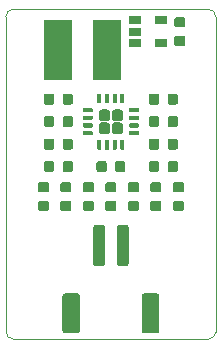
<source format=gbr>
%TF.GenerationSoftware,KiCad,Pcbnew,5.1.5+dfsg1-2~bpo10+1*%
%TF.CreationDate,Date%
%TF.ProjectId,ProMicro_LIPO,50726f4d-6963-4726-9f5f-4c49504f2e6b,v1.6*%
%TF.SameCoordinates,Original*%
%TF.FileFunction,Paste,Top*%
%TF.FilePolarity,Positive*%
%FSLAX45Y45*%
G04 Gerber Fmt 4.5, Leading zero omitted, Abs format (unit mm)*
G04 Created by KiCad*
%MOMM*%
%LPD*%
G04 APERTURE LIST*
%ADD10C,0.100000*%
%ADD11R,2.350000X5.100000*%
%ADD12C,0.150000*%
%ADD13R,1.060000X0.650000*%
G04 APERTURE END LIST*
D10*
X-127000Y-63500D02*
X-127000Y2603500D01*
X1651000Y2603500D02*
X1651000Y-63500D01*
X1651000Y-63500D02*
G75*
G02X1587500Y-127000I-63500J0D01*
G01*
X-63500Y-127000D02*
G75*
G02X-127000Y-63500I0J63500D01*
G01*
X-127000Y2603500D02*
G75*
G02X-63500Y2667000I63500J0D01*
G01*
X1587500Y2667000D02*
G75*
G02X1651000Y2603500I0J-63500D01*
G01*
X1587500Y2667000D02*
X-63500Y2667000D01*
X-63500Y-127000D02*
X1587500Y-127000D01*
D11*
X728200Y2324100D03*
X313200Y2324100D03*
D12*
G36*
X262769Y1952395D02*
G01*
X264893Y1952080D01*
X266975Y1951558D01*
X268996Y1950835D01*
X270937Y1949917D01*
X272778Y1948813D01*
X274502Y1947535D01*
X276093Y1946093D01*
X277535Y1944502D01*
X278813Y1942778D01*
X279917Y1940937D01*
X280835Y1938996D01*
X281558Y1936975D01*
X282080Y1934893D01*
X282395Y1932769D01*
X282500Y1930625D01*
X282500Y1879375D01*
X282395Y1877231D01*
X282080Y1875107D01*
X281558Y1873025D01*
X280835Y1871004D01*
X279917Y1869063D01*
X278813Y1867222D01*
X277535Y1865498D01*
X276093Y1863907D01*
X274502Y1862465D01*
X272778Y1861187D01*
X270937Y1860083D01*
X268996Y1859165D01*
X266975Y1858442D01*
X264893Y1857920D01*
X262769Y1857605D01*
X260625Y1857500D01*
X216875Y1857500D01*
X214731Y1857605D01*
X212607Y1857920D01*
X210525Y1858442D01*
X208504Y1859165D01*
X206563Y1860083D01*
X204722Y1861187D01*
X202998Y1862465D01*
X201407Y1863907D01*
X199965Y1865498D01*
X198687Y1867222D01*
X197583Y1869063D01*
X196665Y1871004D01*
X195942Y1873025D01*
X195420Y1875107D01*
X195105Y1877231D01*
X195000Y1879375D01*
X195000Y1930625D01*
X195105Y1932769D01*
X195420Y1934893D01*
X195942Y1936975D01*
X196665Y1938996D01*
X197583Y1940937D01*
X198687Y1942778D01*
X199965Y1944502D01*
X201407Y1946093D01*
X202998Y1947535D01*
X204722Y1948813D01*
X206563Y1949917D01*
X208504Y1950835D01*
X210525Y1951558D01*
X212607Y1952080D01*
X214731Y1952395D01*
X216875Y1952500D01*
X260625Y1952500D01*
X262769Y1952395D01*
G37*
G36*
X420269Y1952395D02*
G01*
X422393Y1952080D01*
X424475Y1951558D01*
X426496Y1950835D01*
X428437Y1949917D01*
X430278Y1948813D01*
X432002Y1947535D01*
X433593Y1946093D01*
X435035Y1944502D01*
X436313Y1942778D01*
X437417Y1940937D01*
X438335Y1938996D01*
X439058Y1936975D01*
X439580Y1934893D01*
X439895Y1932769D01*
X440000Y1930625D01*
X440000Y1879375D01*
X439895Y1877231D01*
X439580Y1875107D01*
X439058Y1873025D01*
X438335Y1871004D01*
X437417Y1869063D01*
X436313Y1867222D01*
X435035Y1865498D01*
X433593Y1863907D01*
X432002Y1862465D01*
X430278Y1861187D01*
X428437Y1860083D01*
X426496Y1859165D01*
X424475Y1858442D01*
X422393Y1857920D01*
X420269Y1857605D01*
X418125Y1857500D01*
X374375Y1857500D01*
X372231Y1857605D01*
X370107Y1857920D01*
X368025Y1858442D01*
X366004Y1859165D01*
X364063Y1860083D01*
X362222Y1861187D01*
X360498Y1862465D01*
X358907Y1863907D01*
X357465Y1865498D01*
X356187Y1867222D01*
X355083Y1869063D01*
X354165Y1871004D01*
X353442Y1873025D01*
X352920Y1875107D01*
X352605Y1877231D01*
X352500Y1879375D01*
X352500Y1930625D01*
X352605Y1932769D01*
X352920Y1934893D01*
X353442Y1936975D01*
X354165Y1938996D01*
X355083Y1940937D01*
X356187Y1942778D01*
X357465Y1944502D01*
X358907Y1946093D01*
X360498Y1947535D01*
X362222Y1948813D01*
X364063Y1949917D01*
X366004Y1950835D01*
X368025Y1951558D01*
X370107Y1952080D01*
X372231Y1952395D01*
X374375Y1952500D01*
X418125Y1952500D01*
X420269Y1952395D01*
G37*
G36*
X1309269Y1952395D02*
G01*
X1311393Y1952080D01*
X1313475Y1951558D01*
X1315496Y1950835D01*
X1317437Y1949917D01*
X1319278Y1948813D01*
X1321002Y1947535D01*
X1322593Y1946093D01*
X1324035Y1944502D01*
X1325313Y1942778D01*
X1326417Y1940937D01*
X1327335Y1938996D01*
X1328058Y1936975D01*
X1328580Y1934893D01*
X1328895Y1932769D01*
X1329000Y1930625D01*
X1329000Y1879375D01*
X1328895Y1877231D01*
X1328580Y1875107D01*
X1328058Y1873025D01*
X1327335Y1871004D01*
X1326417Y1869063D01*
X1325313Y1867222D01*
X1324035Y1865498D01*
X1322593Y1863907D01*
X1321002Y1862465D01*
X1319278Y1861187D01*
X1317437Y1860083D01*
X1315496Y1859165D01*
X1313475Y1858442D01*
X1311393Y1857920D01*
X1309269Y1857605D01*
X1307125Y1857500D01*
X1263375Y1857500D01*
X1261231Y1857605D01*
X1259107Y1857920D01*
X1257025Y1858442D01*
X1255004Y1859165D01*
X1253063Y1860083D01*
X1251222Y1861187D01*
X1249498Y1862465D01*
X1247907Y1863907D01*
X1246465Y1865498D01*
X1245187Y1867222D01*
X1244083Y1869063D01*
X1243165Y1871004D01*
X1242442Y1873025D01*
X1241920Y1875107D01*
X1241605Y1877231D01*
X1241500Y1879375D01*
X1241500Y1930625D01*
X1241605Y1932769D01*
X1241920Y1934893D01*
X1242442Y1936975D01*
X1243165Y1938996D01*
X1244083Y1940937D01*
X1245187Y1942778D01*
X1246465Y1944502D01*
X1247907Y1946093D01*
X1249498Y1947535D01*
X1251222Y1948813D01*
X1253063Y1949917D01*
X1255004Y1950835D01*
X1257025Y1951558D01*
X1259107Y1952080D01*
X1261231Y1952395D01*
X1263375Y1952500D01*
X1307125Y1952500D01*
X1309269Y1952395D01*
G37*
G36*
X1151769Y1952395D02*
G01*
X1153893Y1952080D01*
X1155975Y1951558D01*
X1157996Y1950835D01*
X1159937Y1949917D01*
X1161778Y1948813D01*
X1163502Y1947535D01*
X1165093Y1946093D01*
X1166535Y1944502D01*
X1167813Y1942778D01*
X1168917Y1940937D01*
X1169835Y1938996D01*
X1170558Y1936975D01*
X1171080Y1934893D01*
X1171395Y1932769D01*
X1171500Y1930625D01*
X1171500Y1879375D01*
X1171395Y1877231D01*
X1171080Y1875107D01*
X1170558Y1873025D01*
X1169835Y1871004D01*
X1168917Y1869063D01*
X1167813Y1867222D01*
X1166535Y1865498D01*
X1165093Y1863907D01*
X1163502Y1862465D01*
X1161778Y1861187D01*
X1159937Y1860083D01*
X1157996Y1859165D01*
X1155975Y1858442D01*
X1153893Y1857920D01*
X1151769Y1857605D01*
X1149625Y1857500D01*
X1105875Y1857500D01*
X1103731Y1857605D01*
X1101607Y1857920D01*
X1099525Y1858442D01*
X1097504Y1859165D01*
X1095563Y1860083D01*
X1093722Y1861187D01*
X1091998Y1862465D01*
X1090407Y1863907D01*
X1088965Y1865498D01*
X1087687Y1867222D01*
X1086583Y1869063D01*
X1085665Y1871004D01*
X1084942Y1873025D01*
X1084420Y1875107D01*
X1084105Y1877231D01*
X1084000Y1879375D01*
X1084000Y1930625D01*
X1084105Y1932769D01*
X1084420Y1934893D01*
X1084942Y1936975D01*
X1085665Y1938996D01*
X1086583Y1940937D01*
X1087687Y1942778D01*
X1088965Y1944502D01*
X1090407Y1946093D01*
X1091998Y1947535D01*
X1093722Y1948813D01*
X1095563Y1949917D01*
X1097504Y1950835D01*
X1099525Y1951558D01*
X1101607Y1952080D01*
X1103731Y1952395D01*
X1105875Y1952500D01*
X1149625Y1952500D01*
X1151769Y1952395D01*
G37*
G36*
X1309269Y1761895D02*
G01*
X1311393Y1761580D01*
X1313475Y1761058D01*
X1315496Y1760335D01*
X1317437Y1759417D01*
X1319278Y1758313D01*
X1321002Y1757035D01*
X1322593Y1755593D01*
X1324035Y1754002D01*
X1325313Y1752278D01*
X1326417Y1750437D01*
X1327335Y1748496D01*
X1328058Y1746475D01*
X1328580Y1744393D01*
X1328895Y1742269D01*
X1329000Y1740125D01*
X1329000Y1688875D01*
X1328895Y1686731D01*
X1328580Y1684607D01*
X1328058Y1682525D01*
X1327335Y1680504D01*
X1326417Y1678563D01*
X1325313Y1676722D01*
X1324035Y1674998D01*
X1322593Y1673407D01*
X1321002Y1671965D01*
X1319278Y1670687D01*
X1317437Y1669583D01*
X1315496Y1668665D01*
X1313475Y1667942D01*
X1311393Y1667420D01*
X1309269Y1667105D01*
X1307125Y1667000D01*
X1263375Y1667000D01*
X1261231Y1667105D01*
X1259107Y1667420D01*
X1257025Y1667942D01*
X1255004Y1668665D01*
X1253063Y1669583D01*
X1251222Y1670687D01*
X1249498Y1671965D01*
X1247907Y1673407D01*
X1246465Y1674998D01*
X1245187Y1676722D01*
X1244083Y1678563D01*
X1243165Y1680504D01*
X1242442Y1682525D01*
X1241920Y1684607D01*
X1241605Y1686731D01*
X1241500Y1688875D01*
X1241500Y1740125D01*
X1241605Y1742269D01*
X1241920Y1744393D01*
X1242442Y1746475D01*
X1243165Y1748496D01*
X1244083Y1750437D01*
X1245187Y1752278D01*
X1246465Y1754002D01*
X1247907Y1755593D01*
X1249498Y1757035D01*
X1251222Y1758313D01*
X1253063Y1759417D01*
X1255004Y1760335D01*
X1257025Y1761058D01*
X1259107Y1761580D01*
X1261231Y1761895D01*
X1263375Y1762000D01*
X1307125Y1762000D01*
X1309269Y1761895D01*
G37*
G36*
X1151769Y1761895D02*
G01*
X1153893Y1761580D01*
X1155975Y1761058D01*
X1157996Y1760335D01*
X1159937Y1759417D01*
X1161778Y1758313D01*
X1163502Y1757035D01*
X1165093Y1755593D01*
X1166535Y1754002D01*
X1167813Y1752278D01*
X1168917Y1750437D01*
X1169835Y1748496D01*
X1170558Y1746475D01*
X1171080Y1744393D01*
X1171395Y1742269D01*
X1171500Y1740125D01*
X1171500Y1688875D01*
X1171395Y1686731D01*
X1171080Y1684607D01*
X1170558Y1682525D01*
X1169835Y1680504D01*
X1168917Y1678563D01*
X1167813Y1676722D01*
X1166535Y1674998D01*
X1165093Y1673407D01*
X1163502Y1671965D01*
X1161778Y1670687D01*
X1159937Y1669583D01*
X1157996Y1668665D01*
X1155975Y1667942D01*
X1153893Y1667420D01*
X1151769Y1667105D01*
X1149625Y1667000D01*
X1105875Y1667000D01*
X1103731Y1667105D01*
X1101607Y1667420D01*
X1099525Y1667942D01*
X1097504Y1668665D01*
X1095563Y1669583D01*
X1093722Y1670687D01*
X1091998Y1671965D01*
X1090407Y1673407D01*
X1088965Y1674998D01*
X1087687Y1676722D01*
X1086583Y1678563D01*
X1085665Y1680504D01*
X1084942Y1682525D01*
X1084420Y1684607D01*
X1084105Y1686731D01*
X1084000Y1688875D01*
X1084000Y1740125D01*
X1084105Y1742269D01*
X1084420Y1744393D01*
X1084942Y1746475D01*
X1085665Y1748496D01*
X1086583Y1750437D01*
X1087687Y1752278D01*
X1088965Y1754002D01*
X1090407Y1755593D01*
X1091998Y1757035D01*
X1093722Y1758313D01*
X1095563Y1759417D01*
X1097504Y1760335D01*
X1099525Y1761058D01*
X1101607Y1761580D01*
X1103731Y1761895D01*
X1105875Y1762000D01*
X1149625Y1762000D01*
X1151769Y1761895D01*
G37*
G36*
X599269Y1044395D02*
G01*
X601393Y1044080D01*
X603475Y1043558D01*
X605496Y1042835D01*
X607437Y1041917D01*
X609278Y1040813D01*
X611002Y1039535D01*
X612593Y1038093D01*
X614035Y1036502D01*
X615313Y1034778D01*
X616417Y1032937D01*
X617335Y1030996D01*
X618058Y1028975D01*
X618580Y1026893D01*
X618895Y1024769D01*
X619000Y1022625D01*
X619000Y978875D01*
X618895Y976731D01*
X618580Y974607D01*
X618058Y972525D01*
X617335Y970504D01*
X616417Y968563D01*
X615313Y966722D01*
X614035Y964998D01*
X612593Y963407D01*
X611002Y961965D01*
X609278Y960687D01*
X607437Y959583D01*
X605496Y958665D01*
X603475Y957942D01*
X601393Y957420D01*
X599269Y957105D01*
X597125Y957000D01*
X545875Y957000D01*
X543731Y957105D01*
X541607Y957420D01*
X539525Y957942D01*
X537504Y958665D01*
X535563Y959583D01*
X533722Y960687D01*
X531998Y961965D01*
X530407Y963407D01*
X528965Y964998D01*
X527687Y966722D01*
X526583Y968563D01*
X525665Y970504D01*
X524942Y972525D01*
X524420Y974607D01*
X524105Y976731D01*
X524000Y978875D01*
X524000Y1022625D01*
X524105Y1024769D01*
X524420Y1026893D01*
X524942Y1028975D01*
X525665Y1030996D01*
X526583Y1032937D01*
X527687Y1034778D01*
X528965Y1036502D01*
X530407Y1038093D01*
X531998Y1039535D01*
X533722Y1040813D01*
X535563Y1041917D01*
X537504Y1042835D01*
X539525Y1043558D01*
X541607Y1044080D01*
X543731Y1044395D01*
X545875Y1044500D01*
X597125Y1044500D01*
X599269Y1044395D01*
G37*
G36*
X599269Y1201895D02*
G01*
X601393Y1201580D01*
X603475Y1201058D01*
X605496Y1200335D01*
X607437Y1199417D01*
X609278Y1198313D01*
X611002Y1197035D01*
X612593Y1195593D01*
X614035Y1194002D01*
X615313Y1192278D01*
X616417Y1190437D01*
X617335Y1188496D01*
X618058Y1186475D01*
X618580Y1184393D01*
X618895Y1182269D01*
X619000Y1180125D01*
X619000Y1136375D01*
X618895Y1134231D01*
X618580Y1132107D01*
X618058Y1130025D01*
X617335Y1128004D01*
X616417Y1126063D01*
X615313Y1124222D01*
X614035Y1122498D01*
X612593Y1120907D01*
X611002Y1119465D01*
X609278Y1118187D01*
X607437Y1117083D01*
X605496Y1116165D01*
X603475Y1115442D01*
X601393Y1114920D01*
X599269Y1114605D01*
X597125Y1114500D01*
X545875Y1114500D01*
X543731Y1114605D01*
X541607Y1114920D01*
X539525Y1115442D01*
X537504Y1116165D01*
X535563Y1117083D01*
X533722Y1118187D01*
X531998Y1119465D01*
X530407Y1120907D01*
X528965Y1122498D01*
X527687Y1124222D01*
X526583Y1126063D01*
X525665Y1128004D01*
X524942Y1130025D01*
X524420Y1132107D01*
X524105Y1134231D01*
X524000Y1136375D01*
X524000Y1180125D01*
X524105Y1182269D01*
X524420Y1184393D01*
X524942Y1186475D01*
X525665Y1188496D01*
X526583Y1190437D01*
X527687Y1192278D01*
X528965Y1194002D01*
X530407Y1195593D01*
X531998Y1197035D01*
X533722Y1198313D01*
X535563Y1199417D01*
X537504Y1200335D01*
X539525Y1201058D01*
X541607Y1201580D01*
X543731Y1201895D01*
X545875Y1202000D01*
X597125Y1202000D01*
X599269Y1201895D01*
G37*
G36*
X262769Y1761895D02*
G01*
X264893Y1761580D01*
X266975Y1761058D01*
X268996Y1760335D01*
X270937Y1759417D01*
X272778Y1758313D01*
X274502Y1757035D01*
X276093Y1755593D01*
X277535Y1754002D01*
X278813Y1752278D01*
X279917Y1750437D01*
X280835Y1748496D01*
X281558Y1746475D01*
X282080Y1744393D01*
X282395Y1742269D01*
X282500Y1740125D01*
X282500Y1688875D01*
X282395Y1686731D01*
X282080Y1684607D01*
X281558Y1682525D01*
X280835Y1680504D01*
X279917Y1678563D01*
X278813Y1676722D01*
X277535Y1674998D01*
X276093Y1673407D01*
X274502Y1671965D01*
X272778Y1670687D01*
X270937Y1669583D01*
X268996Y1668665D01*
X266975Y1667942D01*
X264893Y1667420D01*
X262769Y1667105D01*
X260625Y1667000D01*
X216875Y1667000D01*
X214731Y1667105D01*
X212607Y1667420D01*
X210525Y1667942D01*
X208504Y1668665D01*
X206563Y1669583D01*
X204722Y1670687D01*
X202998Y1671965D01*
X201407Y1673407D01*
X199965Y1674998D01*
X198687Y1676722D01*
X197583Y1678563D01*
X196665Y1680504D01*
X195942Y1682525D01*
X195420Y1684607D01*
X195105Y1686731D01*
X195000Y1688875D01*
X195000Y1740125D01*
X195105Y1742269D01*
X195420Y1744393D01*
X195942Y1746475D01*
X196665Y1748496D01*
X197583Y1750437D01*
X198687Y1752278D01*
X199965Y1754002D01*
X201407Y1755593D01*
X202998Y1757035D01*
X204722Y1758313D01*
X206563Y1759417D01*
X208504Y1760335D01*
X210525Y1761058D01*
X212607Y1761580D01*
X214731Y1761895D01*
X216875Y1762000D01*
X260625Y1762000D01*
X262769Y1761895D01*
G37*
G36*
X420269Y1761895D02*
G01*
X422393Y1761580D01*
X424475Y1761058D01*
X426496Y1760335D01*
X428437Y1759417D01*
X430278Y1758313D01*
X432002Y1757035D01*
X433593Y1755593D01*
X435035Y1754002D01*
X436313Y1752278D01*
X437417Y1750437D01*
X438335Y1748496D01*
X439058Y1746475D01*
X439580Y1744393D01*
X439895Y1742269D01*
X440000Y1740125D01*
X440000Y1688875D01*
X439895Y1686731D01*
X439580Y1684607D01*
X439058Y1682525D01*
X438335Y1680504D01*
X437417Y1678563D01*
X436313Y1676722D01*
X435035Y1674998D01*
X433593Y1673407D01*
X432002Y1671965D01*
X430278Y1670687D01*
X428437Y1669583D01*
X426496Y1668665D01*
X424475Y1667942D01*
X422393Y1667420D01*
X420269Y1667105D01*
X418125Y1667000D01*
X374375Y1667000D01*
X372231Y1667105D01*
X370107Y1667420D01*
X368025Y1667942D01*
X366004Y1668665D01*
X364063Y1669583D01*
X362222Y1670687D01*
X360498Y1671965D01*
X358907Y1673407D01*
X357465Y1674998D01*
X356187Y1676722D01*
X355083Y1678563D01*
X354165Y1680504D01*
X353442Y1682525D01*
X352920Y1684607D01*
X352605Y1686731D01*
X352500Y1688875D01*
X352500Y1740125D01*
X352605Y1742269D01*
X352920Y1744393D01*
X353442Y1746475D01*
X354165Y1748496D01*
X355083Y1750437D01*
X356187Y1752278D01*
X357465Y1754002D01*
X358907Y1755593D01*
X360498Y1757035D01*
X362222Y1758313D01*
X364063Y1759417D01*
X366004Y1760335D01*
X368025Y1761058D01*
X370107Y1761580D01*
X372231Y1761895D01*
X374375Y1762000D01*
X418125Y1762000D01*
X420269Y1761895D01*
G37*
G36*
X1309269Y1380895D02*
G01*
X1311393Y1380580D01*
X1313475Y1380058D01*
X1315496Y1379335D01*
X1317437Y1378417D01*
X1319278Y1377313D01*
X1321002Y1376035D01*
X1322593Y1374593D01*
X1324035Y1373002D01*
X1325313Y1371278D01*
X1326417Y1369437D01*
X1327335Y1367496D01*
X1328058Y1365475D01*
X1328580Y1363393D01*
X1328895Y1361269D01*
X1329000Y1359125D01*
X1329000Y1307875D01*
X1328895Y1305731D01*
X1328580Y1303607D01*
X1328058Y1301525D01*
X1327335Y1299504D01*
X1326417Y1297563D01*
X1325313Y1295722D01*
X1324035Y1293998D01*
X1322593Y1292407D01*
X1321002Y1290965D01*
X1319278Y1289687D01*
X1317437Y1288583D01*
X1315496Y1287665D01*
X1313475Y1286942D01*
X1311393Y1286420D01*
X1309269Y1286105D01*
X1307125Y1286000D01*
X1263375Y1286000D01*
X1261231Y1286105D01*
X1259107Y1286420D01*
X1257025Y1286942D01*
X1255004Y1287665D01*
X1253063Y1288583D01*
X1251222Y1289687D01*
X1249498Y1290965D01*
X1247907Y1292407D01*
X1246465Y1293998D01*
X1245187Y1295722D01*
X1244083Y1297563D01*
X1243165Y1299504D01*
X1242442Y1301525D01*
X1241920Y1303607D01*
X1241605Y1305731D01*
X1241500Y1307875D01*
X1241500Y1359125D01*
X1241605Y1361269D01*
X1241920Y1363393D01*
X1242442Y1365475D01*
X1243165Y1367496D01*
X1244083Y1369437D01*
X1245187Y1371278D01*
X1246465Y1373002D01*
X1247907Y1374593D01*
X1249498Y1376035D01*
X1251222Y1377313D01*
X1253063Y1378417D01*
X1255004Y1379335D01*
X1257025Y1380058D01*
X1259107Y1380580D01*
X1261231Y1380895D01*
X1263375Y1381000D01*
X1307125Y1381000D01*
X1309269Y1380895D01*
G37*
G36*
X1151769Y1380895D02*
G01*
X1153893Y1380580D01*
X1155975Y1380058D01*
X1157996Y1379335D01*
X1159937Y1378417D01*
X1161778Y1377313D01*
X1163502Y1376035D01*
X1165093Y1374593D01*
X1166535Y1373002D01*
X1167813Y1371278D01*
X1168917Y1369437D01*
X1169835Y1367496D01*
X1170558Y1365475D01*
X1171080Y1363393D01*
X1171395Y1361269D01*
X1171500Y1359125D01*
X1171500Y1307875D01*
X1171395Y1305731D01*
X1171080Y1303607D01*
X1170558Y1301525D01*
X1169835Y1299504D01*
X1168917Y1297563D01*
X1167813Y1295722D01*
X1166535Y1293998D01*
X1165093Y1292407D01*
X1163502Y1290965D01*
X1161778Y1289687D01*
X1159937Y1288583D01*
X1157996Y1287665D01*
X1155975Y1286942D01*
X1153893Y1286420D01*
X1151769Y1286105D01*
X1149625Y1286000D01*
X1105875Y1286000D01*
X1103731Y1286105D01*
X1101607Y1286420D01*
X1099525Y1286942D01*
X1097504Y1287665D01*
X1095563Y1288583D01*
X1093722Y1289687D01*
X1091998Y1290965D01*
X1090407Y1292407D01*
X1088965Y1293998D01*
X1087687Y1295722D01*
X1086583Y1297563D01*
X1085665Y1299504D01*
X1084942Y1301525D01*
X1084420Y1303607D01*
X1084105Y1305731D01*
X1084000Y1307875D01*
X1084000Y1359125D01*
X1084105Y1361269D01*
X1084420Y1363393D01*
X1084942Y1365475D01*
X1085665Y1367496D01*
X1086583Y1369437D01*
X1087687Y1371278D01*
X1088965Y1373002D01*
X1090407Y1374593D01*
X1091998Y1376035D01*
X1093722Y1377313D01*
X1095563Y1378417D01*
X1097504Y1379335D01*
X1099525Y1380058D01*
X1101607Y1380580D01*
X1103731Y1380895D01*
X1105875Y1381000D01*
X1149625Y1381000D01*
X1151769Y1380895D01*
G37*
G36*
X1151769Y1571395D02*
G01*
X1153893Y1571080D01*
X1155975Y1570558D01*
X1157996Y1569835D01*
X1159937Y1568917D01*
X1161778Y1567813D01*
X1163502Y1566535D01*
X1165093Y1565093D01*
X1166535Y1563502D01*
X1167813Y1561778D01*
X1168917Y1559937D01*
X1169835Y1557996D01*
X1170558Y1555975D01*
X1171080Y1553893D01*
X1171395Y1551769D01*
X1171500Y1549625D01*
X1171500Y1498375D01*
X1171395Y1496231D01*
X1171080Y1494107D01*
X1170558Y1492025D01*
X1169835Y1490004D01*
X1168917Y1488063D01*
X1167813Y1486222D01*
X1166535Y1484498D01*
X1165093Y1482907D01*
X1163502Y1481465D01*
X1161778Y1480187D01*
X1159937Y1479083D01*
X1157996Y1478165D01*
X1155975Y1477442D01*
X1153893Y1476920D01*
X1151769Y1476605D01*
X1149625Y1476500D01*
X1105875Y1476500D01*
X1103731Y1476605D01*
X1101607Y1476920D01*
X1099525Y1477442D01*
X1097504Y1478165D01*
X1095563Y1479083D01*
X1093722Y1480187D01*
X1091998Y1481465D01*
X1090407Y1482907D01*
X1088965Y1484498D01*
X1087687Y1486222D01*
X1086583Y1488063D01*
X1085665Y1490004D01*
X1084942Y1492025D01*
X1084420Y1494107D01*
X1084105Y1496231D01*
X1084000Y1498375D01*
X1084000Y1549625D01*
X1084105Y1551769D01*
X1084420Y1553893D01*
X1084942Y1555975D01*
X1085665Y1557996D01*
X1086583Y1559937D01*
X1087687Y1561778D01*
X1088965Y1563502D01*
X1090407Y1565093D01*
X1091998Y1566535D01*
X1093722Y1567813D01*
X1095563Y1568917D01*
X1097504Y1569835D01*
X1099525Y1570558D01*
X1101607Y1571080D01*
X1103731Y1571395D01*
X1105875Y1571500D01*
X1149625Y1571500D01*
X1151769Y1571395D01*
G37*
G36*
X1309269Y1571395D02*
G01*
X1311393Y1571080D01*
X1313475Y1570558D01*
X1315496Y1569835D01*
X1317437Y1568917D01*
X1319278Y1567813D01*
X1321002Y1566535D01*
X1322593Y1565093D01*
X1324035Y1563502D01*
X1325313Y1561778D01*
X1326417Y1559937D01*
X1327335Y1557996D01*
X1328058Y1555975D01*
X1328580Y1553893D01*
X1328895Y1551769D01*
X1329000Y1549625D01*
X1329000Y1498375D01*
X1328895Y1496231D01*
X1328580Y1494107D01*
X1328058Y1492025D01*
X1327335Y1490004D01*
X1326417Y1488063D01*
X1325313Y1486222D01*
X1324035Y1484498D01*
X1322593Y1482907D01*
X1321002Y1481465D01*
X1319278Y1480187D01*
X1317437Y1479083D01*
X1315496Y1478165D01*
X1313475Y1477442D01*
X1311393Y1476920D01*
X1309269Y1476605D01*
X1307125Y1476500D01*
X1263375Y1476500D01*
X1261231Y1476605D01*
X1259107Y1476920D01*
X1257025Y1477442D01*
X1255004Y1478165D01*
X1253063Y1479083D01*
X1251222Y1480187D01*
X1249498Y1481465D01*
X1247907Y1482907D01*
X1246465Y1484498D01*
X1245187Y1486222D01*
X1244083Y1488063D01*
X1243165Y1490004D01*
X1242442Y1492025D01*
X1241920Y1494107D01*
X1241605Y1496231D01*
X1241500Y1498375D01*
X1241500Y1549625D01*
X1241605Y1551769D01*
X1241920Y1553893D01*
X1242442Y1555975D01*
X1243165Y1557996D01*
X1244083Y1559937D01*
X1245187Y1561778D01*
X1246465Y1563502D01*
X1247907Y1565093D01*
X1249498Y1566535D01*
X1251222Y1567813D01*
X1253063Y1568917D01*
X1255004Y1569835D01*
X1257025Y1570558D01*
X1259107Y1571080D01*
X1261231Y1571395D01*
X1263375Y1571500D01*
X1307125Y1571500D01*
X1309269Y1571395D01*
G37*
G36*
X420269Y1571395D02*
G01*
X422393Y1571080D01*
X424475Y1570558D01*
X426496Y1569835D01*
X428437Y1568917D01*
X430278Y1567813D01*
X432002Y1566535D01*
X433593Y1565093D01*
X435035Y1563502D01*
X436313Y1561778D01*
X437417Y1559937D01*
X438335Y1557996D01*
X439058Y1555975D01*
X439580Y1553893D01*
X439895Y1551769D01*
X440000Y1549625D01*
X440000Y1498375D01*
X439895Y1496231D01*
X439580Y1494107D01*
X439058Y1492025D01*
X438335Y1490004D01*
X437417Y1488063D01*
X436313Y1486222D01*
X435035Y1484498D01*
X433593Y1482907D01*
X432002Y1481465D01*
X430278Y1480187D01*
X428437Y1479083D01*
X426496Y1478165D01*
X424475Y1477442D01*
X422393Y1476920D01*
X420269Y1476605D01*
X418125Y1476500D01*
X374375Y1476500D01*
X372231Y1476605D01*
X370107Y1476920D01*
X368025Y1477442D01*
X366004Y1478165D01*
X364063Y1479083D01*
X362222Y1480187D01*
X360498Y1481465D01*
X358907Y1482907D01*
X357465Y1484498D01*
X356187Y1486222D01*
X355083Y1488063D01*
X354165Y1490004D01*
X353442Y1492025D01*
X352920Y1494107D01*
X352605Y1496231D01*
X352500Y1498375D01*
X352500Y1549625D01*
X352605Y1551769D01*
X352920Y1553893D01*
X353442Y1555975D01*
X354165Y1557996D01*
X355083Y1559937D01*
X356187Y1561778D01*
X357465Y1563502D01*
X358907Y1565093D01*
X360498Y1566535D01*
X362222Y1567813D01*
X364063Y1568917D01*
X366004Y1569835D01*
X368025Y1570558D01*
X370107Y1571080D01*
X372231Y1571395D01*
X374375Y1571500D01*
X418125Y1571500D01*
X420269Y1571395D01*
G37*
G36*
X262769Y1571395D02*
G01*
X264893Y1571080D01*
X266975Y1570558D01*
X268996Y1569835D01*
X270937Y1568917D01*
X272778Y1567813D01*
X274502Y1566535D01*
X276093Y1565093D01*
X277535Y1563502D01*
X278813Y1561778D01*
X279917Y1559937D01*
X280835Y1557996D01*
X281558Y1555975D01*
X282080Y1553893D01*
X282395Y1551769D01*
X282500Y1549625D01*
X282500Y1498375D01*
X282395Y1496231D01*
X282080Y1494107D01*
X281558Y1492025D01*
X280835Y1490004D01*
X279917Y1488063D01*
X278813Y1486222D01*
X277535Y1484498D01*
X276093Y1482907D01*
X274502Y1481465D01*
X272778Y1480187D01*
X270937Y1479083D01*
X268996Y1478165D01*
X266975Y1477442D01*
X264893Y1476920D01*
X262769Y1476605D01*
X260625Y1476500D01*
X216875Y1476500D01*
X214731Y1476605D01*
X212607Y1476920D01*
X210525Y1477442D01*
X208504Y1478165D01*
X206563Y1479083D01*
X204722Y1480187D01*
X202998Y1481465D01*
X201407Y1482907D01*
X199965Y1484498D01*
X198687Y1486222D01*
X197583Y1488063D01*
X196665Y1490004D01*
X195942Y1492025D01*
X195420Y1494107D01*
X195105Y1496231D01*
X195000Y1498375D01*
X195000Y1549625D01*
X195105Y1551769D01*
X195420Y1553893D01*
X195942Y1555975D01*
X196665Y1557996D01*
X197583Y1559937D01*
X198687Y1561778D01*
X199965Y1563502D01*
X201407Y1565093D01*
X202998Y1566535D01*
X204722Y1567813D01*
X206563Y1568917D01*
X208504Y1569835D01*
X210525Y1570558D01*
X212607Y1571080D01*
X214731Y1571395D01*
X216875Y1571500D01*
X260625Y1571500D01*
X262769Y1571395D01*
G37*
G36*
X262769Y1380895D02*
G01*
X264893Y1380580D01*
X266975Y1380058D01*
X268996Y1379335D01*
X270937Y1378417D01*
X272778Y1377313D01*
X274502Y1376035D01*
X276093Y1374593D01*
X277535Y1373002D01*
X278813Y1371278D01*
X279917Y1369437D01*
X280835Y1367496D01*
X281558Y1365475D01*
X282080Y1363393D01*
X282395Y1361269D01*
X282500Y1359125D01*
X282500Y1307875D01*
X282395Y1305731D01*
X282080Y1303607D01*
X281558Y1301525D01*
X280835Y1299504D01*
X279917Y1297563D01*
X278813Y1295722D01*
X277535Y1293998D01*
X276093Y1292407D01*
X274502Y1290965D01*
X272778Y1289687D01*
X270937Y1288583D01*
X268996Y1287665D01*
X266975Y1286942D01*
X264893Y1286420D01*
X262769Y1286105D01*
X260625Y1286000D01*
X216875Y1286000D01*
X214731Y1286105D01*
X212607Y1286420D01*
X210525Y1286942D01*
X208504Y1287665D01*
X206563Y1288583D01*
X204722Y1289687D01*
X202998Y1290965D01*
X201407Y1292407D01*
X199965Y1293998D01*
X198687Y1295722D01*
X197583Y1297563D01*
X196665Y1299504D01*
X195942Y1301525D01*
X195420Y1303607D01*
X195105Y1305731D01*
X195000Y1307875D01*
X195000Y1359125D01*
X195105Y1361269D01*
X195420Y1363393D01*
X195942Y1365475D01*
X196665Y1367496D01*
X197583Y1369437D01*
X198687Y1371278D01*
X199965Y1373002D01*
X201407Y1374593D01*
X202998Y1376035D01*
X204722Y1377313D01*
X206563Y1378417D01*
X208504Y1379335D01*
X210525Y1380058D01*
X212607Y1380580D01*
X214731Y1380895D01*
X216875Y1381000D01*
X260625Y1381000D01*
X262769Y1380895D01*
G37*
G36*
X420269Y1380895D02*
G01*
X422393Y1380580D01*
X424475Y1380058D01*
X426496Y1379335D01*
X428437Y1378417D01*
X430278Y1377313D01*
X432002Y1376035D01*
X433593Y1374593D01*
X435035Y1373002D01*
X436313Y1371278D01*
X437417Y1369437D01*
X438335Y1367496D01*
X439058Y1365475D01*
X439580Y1363393D01*
X439895Y1361269D01*
X440000Y1359125D01*
X440000Y1307875D01*
X439895Y1305731D01*
X439580Y1303607D01*
X439058Y1301525D01*
X438335Y1299504D01*
X437417Y1297563D01*
X436313Y1295722D01*
X435035Y1293998D01*
X433593Y1292407D01*
X432002Y1290965D01*
X430278Y1289687D01*
X428437Y1288583D01*
X426496Y1287665D01*
X424475Y1286942D01*
X422393Y1286420D01*
X420269Y1286105D01*
X418125Y1286000D01*
X374375Y1286000D01*
X372231Y1286105D01*
X370107Y1286420D01*
X368025Y1286942D01*
X366004Y1287665D01*
X364063Y1288583D01*
X362222Y1289687D01*
X360498Y1290965D01*
X358907Y1292407D01*
X357465Y1293998D01*
X356187Y1295722D01*
X355083Y1297563D01*
X354165Y1299504D01*
X353442Y1301525D01*
X352920Y1303607D01*
X352605Y1305731D01*
X352500Y1307875D01*
X352500Y1359125D01*
X352605Y1361269D01*
X352920Y1363393D01*
X353442Y1365475D01*
X354165Y1367496D01*
X355083Y1369437D01*
X356187Y1371278D01*
X357465Y1373002D01*
X358907Y1374593D01*
X360498Y1376035D01*
X362222Y1377313D01*
X364063Y1378417D01*
X366004Y1379335D01*
X368025Y1380058D01*
X370107Y1380580D01*
X372231Y1380895D01*
X374375Y1381000D01*
X418125Y1381000D01*
X420269Y1380895D01*
G37*
G36*
X707269Y1380895D02*
G01*
X709393Y1380580D01*
X711475Y1380058D01*
X713496Y1379335D01*
X715437Y1378417D01*
X717278Y1377313D01*
X719002Y1376035D01*
X720593Y1374593D01*
X722035Y1373002D01*
X723313Y1371278D01*
X724417Y1369437D01*
X725335Y1367496D01*
X726058Y1365475D01*
X726580Y1363393D01*
X726895Y1361269D01*
X727000Y1359125D01*
X727000Y1307875D01*
X726895Y1305731D01*
X726580Y1303607D01*
X726058Y1301525D01*
X725335Y1299504D01*
X724417Y1297563D01*
X723313Y1295722D01*
X722035Y1293998D01*
X720593Y1292407D01*
X719002Y1290965D01*
X717278Y1289687D01*
X715437Y1288583D01*
X713496Y1287665D01*
X711475Y1286942D01*
X709393Y1286420D01*
X707269Y1286105D01*
X705125Y1286000D01*
X661375Y1286000D01*
X659231Y1286105D01*
X657107Y1286420D01*
X655025Y1286942D01*
X653004Y1287665D01*
X651063Y1288583D01*
X649222Y1289687D01*
X647498Y1290965D01*
X645907Y1292407D01*
X644465Y1293998D01*
X643187Y1295722D01*
X642083Y1297563D01*
X641165Y1299504D01*
X640442Y1301525D01*
X639920Y1303607D01*
X639605Y1305731D01*
X639500Y1307875D01*
X639500Y1359125D01*
X639605Y1361269D01*
X639920Y1363393D01*
X640442Y1365475D01*
X641165Y1367496D01*
X642083Y1369437D01*
X643187Y1371278D01*
X644465Y1373002D01*
X645907Y1374593D01*
X647498Y1376035D01*
X649222Y1377313D01*
X651063Y1378417D01*
X653004Y1379335D01*
X655025Y1380058D01*
X657107Y1380580D01*
X659231Y1380895D01*
X661375Y1381000D01*
X705125Y1381000D01*
X707269Y1380895D01*
G37*
G36*
X864769Y1380895D02*
G01*
X866893Y1380580D01*
X868975Y1380058D01*
X870996Y1379335D01*
X872937Y1378417D01*
X874778Y1377313D01*
X876502Y1376035D01*
X878093Y1374593D01*
X879535Y1373002D01*
X880813Y1371278D01*
X881917Y1369437D01*
X882835Y1367496D01*
X883558Y1365475D01*
X884080Y1363393D01*
X884395Y1361269D01*
X884500Y1359125D01*
X884500Y1307875D01*
X884395Y1305731D01*
X884080Y1303607D01*
X883558Y1301525D01*
X882835Y1299504D01*
X881917Y1297563D01*
X880813Y1295722D01*
X879535Y1293998D01*
X878093Y1292407D01*
X876502Y1290965D01*
X874778Y1289687D01*
X872937Y1288583D01*
X870996Y1287665D01*
X868975Y1286942D01*
X866893Y1286420D01*
X864769Y1286105D01*
X862625Y1286000D01*
X818875Y1286000D01*
X816731Y1286105D01*
X814607Y1286420D01*
X812525Y1286942D01*
X810504Y1287665D01*
X808563Y1288583D01*
X806722Y1289687D01*
X804998Y1290965D01*
X803407Y1292407D01*
X801965Y1293998D01*
X800687Y1295722D01*
X799583Y1297563D01*
X798665Y1299504D01*
X797942Y1301525D01*
X797420Y1303607D01*
X797105Y1305731D01*
X797000Y1307875D01*
X797000Y1359125D01*
X797105Y1361269D01*
X797420Y1363393D01*
X797942Y1365475D01*
X798665Y1367496D01*
X799583Y1369437D01*
X800687Y1371278D01*
X801965Y1373002D01*
X803407Y1374593D01*
X804998Y1376035D01*
X806722Y1377313D01*
X808563Y1378417D01*
X810504Y1379335D01*
X812525Y1380058D01*
X814607Y1380580D01*
X816731Y1380895D01*
X818875Y1381000D01*
X862625Y1381000D01*
X864769Y1380895D01*
G37*
G36*
X1373969Y2598895D02*
G01*
X1376093Y2598580D01*
X1378175Y2598058D01*
X1380196Y2597335D01*
X1382137Y2596417D01*
X1383978Y2595313D01*
X1385702Y2594035D01*
X1387293Y2592593D01*
X1388735Y2591002D01*
X1390013Y2589278D01*
X1391117Y2587437D01*
X1392035Y2585496D01*
X1392758Y2583475D01*
X1393280Y2581393D01*
X1393595Y2579269D01*
X1393700Y2577125D01*
X1393700Y2533375D01*
X1393595Y2531231D01*
X1393280Y2529107D01*
X1392758Y2527025D01*
X1392035Y2525004D01*
X1391117Y2523063D01*
X1390013Y2521222D01*
X1388735Y2519498D01*
X1387293Y2517907D01*
X1385702Y2516465D01*
X1383978Y2515187D01*
X1382137Y2514083D01*
X1380196Y2513165D01*
X1378175Y2512442D01*
X1376093Y2511920D01*
X1373969Y2511605D01*
X1371825Y2511500D01*
X1320575Y2511500D01*
X1318431Y2511605D01*
X1316307Y2511920D01*
X1314225Y2512442D01*
X1312204Y2513165D01*
X1310263Y2514083D01*
X1308422Y2515187D01*
X1306698Y2516465D01*
X1305107Y2517907D01*
X1303665Y2519498D01*
X1302387Y2521222D01*
X1301283Y2523063D01*
X1300365Y2525004D01*
X1299642Y2527025D01*
X1299120Y2529107D01*
X1298805Y2531231D01*
X1298700Y2533375D01*
X1298700Y2577125D01*
X1298805Y2579269D01*
X1299120Y2581393D01*
X1299642Y2583475D01*
X1300365Y2585496D01*
X1301283Y2587437D01*
X1302387Y2589278D01*
X1303665Y2591002D01*
X1305107Y2592593D01*
X1306698Y2594035D01*
X1308422Y2595313D01*
X1310263Y2596417D01*
X1312204Y2597335D01*
X1314225Y2598058D01*
X1316307Y2598580D01*
X1318431Y2598895D01*
X1320575Y2599000D01*
X1371825Y2599000D01*
X1373969Y2598895D01*
G37*
G36*
X1373969Y2441395D02*
G01*
X1376093Y2441080D01*
X1378175Y2440558D01*
X1380196Y2439835D01*
X1382137Y2438917D01*
X1383978Y2437813D01*
X1385702Y2436535D01*
X1387293Y2435093D01*
X1388735Y2433502D01*
X1390013Y2431778D01*
X1391117Y2429937D01*
X1392035Y2427996D01*
X1392758Y2425975D01*
X1393280Y2423893D01*
X1393595Y2421769D01*
X1393700Y2419625D01*
X1393700Y2375875D01*
X1393595Y2373731D01*
X1393280Y2371607D01*
X1392758Y2369525D01*
X1392035Y2367504D01*
X1391117Y2365563D01*
X1390013Y2363722D01*
X1388735Y2361998D01*
X1387293Y2360407D01*
X1385702Y2358965D01*
X1383978Y2357687D01*
X1382137Y2356583D01*
X1380196Y2355665D01*
X1378175Y2354942D01*
X1376093Y2354420D01*
X1373969Y2354105D01*
X1371825Y2354000D01*
X1320575Y2354000D01*
X1318431Y2354105D01*
X1316307Y2354420D01*
X1314225Y2354942D01*
X1312204Y2355665D01*
X1310263Y2356583D01*
X1308422Y2357687D01*
X1306698Y2358965D01*
X1305107Y2360407D01*
X1303665Y2361998D01*
X1302387Y2363722D01*
X1301283Y2365563D01*
X1300365Y2367504D01*
X1299642Y2369525D01*
X1299120Y2371607D01*
X1298805Y2373731D01*
X1298700Y2375875D01*
X1298700Y2419625D01*
X1298805Y2421769D01*
X1299120Y2423893D01*
X1299642Y2425975D01*
X1300365Y2427996D01*
X1301283Y2429937D01*
X1302387Y2431778D01*
X1303665Y2433502D01*
X1305107Y2435093D01*
X1306698Y2436535D01*
X1308422Y2437813D01*
X1310263Y2438917D01*
X1312204Y2439835D01*
X1314225Y2440558D01*
X1316307Y2441080D01*
X1318431Y2441395D01*
X1320575Y2441500D01*
X1371825Y2441500D01*
X1373969Y2441395D01*
G37*
G36*
X991608Y1829458D02*
G01*
X992457Y1829332D01*
X993290Y1829123D01*
X994098Y1828834D01*
X994875Y1828467D01*
X995611Y1828025D01*
X996301Y1827514D01*
X996937Y1826937D01*
X997514Y1826301D01*
X998025Y1825611D01*
X998467Y1824875D01*
X998834Y1824098D01*
X999123Y1823290D01*
X999332Y1822457D01*
X999458Y1821608D01*
X999500Y1820750D01*
X999500Y1803250D01*
X999458Y1802392D01*
X999332Y1801543D01*
X999123Y1800710D01*
X998834Y1799901D01*
X998467Y1799125D01*
X998025Y1798389D01*
X997514Y1797699D01*
X996937Y1797063D01*
X996301Y1796486D01*
X995611Y1795975D01*
X994875Y1795533D01*
X994098Y1795166D01*
X993290Y1794877D01*
X992457Y1794668D01*
X991608Y1794542D01*
X990750Y1794500D01*
X925750Y1794500D01*
X924892Y1794542D01*
X924043Y1794668D01*
X923210Y1794877D01*
X922401Y1795166D01*
X921625Y1795533D01*
X920889Y1795975D01*
X920199Y1796486D01*
X919563Y1797063D01*
X918986Y1797699D01*
X918475Y1798389D01*
X918033Y1799125D01*
X917666Y1799901D01*
X917377Y1800710D01*
X917168Y1801543D01*
X917042Y1802392D01*
X917000Y1803250D01*
X917000Y1820750D01*
X917042Y1821608D01*
X917168Y1822457D01*
X917377Y1823290D01*
X917666Y1824098D01*
X918033Y1824875D01*
X918475Y1825611D01*
X918986Y1826301D01*
X919563Y1826937D01*
X920199Y1827514D01*
X920889Y1828025D01*
X921625Y1828467D01*
X922401Y1828834D01*
X923210Y1829123D01*
X924043Y1829332D01*
X924892Y1829458D01*
X925750Y1829500D01*
X990750Y1829500D01*
X991608Y1829458D01*
G37*
G36*
X991608Y1764458D02*
G01*
X992457Y1764332D01*
X993290Y1764123D01*
X994098Y1763834D01*
X994875Y1763467D01*
X995611Y1763025D01*
X996301Y1762514D01*
X996937Y1761937D01*
X997514Y1761301D01*
X998025Y1760611D01*
X998467Y1759875D01*
X998834Y1759098D01*
X999123Y1758290D01*
X999332Y1757457D01*
X999458Y1756608D01*
X999500Y1755750D01*
X999500Y1738250D01*
X999458Y1737392D01*
X999332Y1736543D01*
X999123Y1735710D01*
X998834Y1734901D01*
X998467Y1734125D01*
X998025Y1733389D01*
X997514Y1732699D01*
X996937Y1732063D01*
X996301Y1731486D01*
X995611Y1730975D01*
X994875Y1730533D01*
X994098Y1730166D01*
X993290Y1729877D01*
X992457Y1729668D01*
X991608Y1729542D01*
X990750Y1729500D01*
X925750Y1729500D01*
X924892Y1729542D01*
X924043Y1729668D01*
X923210Y1729877D01*
X922401Y1730166D01*
X921625Y1730533D01*
X920889Y1730975D01*
X920199Y1731486D01*
X919563Y1732063D01*
X918986Y1732699D01*
X918475Y1733389D01*
X918033Y1734125D01*
X917666Y1734901D01*
X917377Y1735710D01*
X917168Y1736543D01*
X917042Y1737392D01*
X917000Y1738250D01*
X917000Y1755750D01*
X917042Y1756608D01*
X917168Y1757457D01*
X917377Y1758290D01*
X917666Y1759098D01*
X918033Y1759875D01*
X918475Y1760611D01*
X918986Y1761301D01*
X919563Y1761937D01*
X920199Y1762514D01*
X920889Y1763025D01*
X921625Y1763467D01*
X922401Y1763834D01*
X923210Y1764123D01*
X924043Y1764332D01*
X924892Y1764458D01*
X925750Y1764500D01*
X990750Y1764500D01*
X991608Y1764458D01*
G37*
G36*
X991608Y1699458D02*
G01*
X992457Y1699332D01*
X993290Y1699123D01*
X994098Y1698834D01*
X994875Y1698467D01*
X995611Y1698025D01*
X996301Y1697514D01*
X996937Y1696937D01*
X997514Y1696301D01*
X998025Y1695611D01*
X998467Y1694875D01*
X998834Y1694098D01*
X999123Y1693290D01*
X999332Y1692457D01*
X999458Y1691608D01*
X999500Y1690750D01*
X999500Y1673250D01*
X999458Y1672392D01*
X999332Y1671543D01*
X999123Y1670710D01*
X998834Y1669901D01*
X998467Y1669125D01*
X998025Y1668389D01*
X997514Y1667699D01*
X996937Y1667063D01*
X996301Y1666486D01*
X995611Y1665975D01*
X994875Y1665533D01*
X994098Y1665166D01*
X993290Y1664877D01*
X992457Y1664668D01*
X991608Y1664542D01*
X990750Y1664500D01*
X925750Y1664500D01*
X924892Y1664542D01*
X924043Y1664668D01*
X923210Y1664877D01*
X922401Y1665166D01*
X921625Y1665533D01*
X920889Y1665975D01*
X920199Y1666486D01*
X919563Y1667063D01*
X918986Y1667699D01*
X918475Y1668389D01*
X918033Y1669125D01*
X917666Y1669901D01*
X917377Y1670710D01*
X917168Y1671543D01*
X917042Y1672392D01*
X917000Y1673250D01*
X917000Y1690750D01*
X917042Y1691608D01*
X917168Y1692457D01*
X917377Y1693290D01*
X917666Y1694098D01*
X918033Y1694875D01*
X918475Y1695611D01*
X918986Y1696301D01*
X919563Y1696937D01*
X920199Y1697514D01*
X920889Y1698025D01*
X921625Y1698467D01*
X922401Y1698834D01*
X923210Y1699123D01*
X924043Y1699332D01*
X924892Y1699458D01*
X925750Y1699500D01*
X990750Y1699500D01*
X991608Y1699458D01*
G37*
G36*
X991608Y1634458D02*
G01*
X992457Y1634332D01*
X993290Y1634123D01*
X994098Y1633834D01*
X994875Y1633467D01*
X995611Y1633025D01*
X996301Y1632514D01*
X996937Y1631937D01*
X997514Y1631301D01*
X998025Y1630611D01*
X998467Y1629875D01*
X998834Y1629098D01*
X999123Y1628290D01*
X999332Y1627457D01*
X999458Y1626608D01*
X999500Y1625750D01*
X999500Y1608250D01*
X999458Y1607392D01*
X999332Y1606543D01*
X999123Y1605710D01*
X998834Y1604901D01*
X998467Y1604125D01*
X998025Y1603389D01*
X997514Y1602699D01*
X996937Y1602063D01*
X996301Y1601486D01*
X995611Y1600975D01*
X994875Y1600533D01*
X994098Y1600166D01*
X993290Y1599877D01*
X992457Y1599668D01*
X991608Y1599542D01*
X990750Y1599500D01*
X925750Y1599500D01*
X924892Y1599542D01*
X924043Y1599668D01*
X923210Y1599877D01*
X922401Y1600166D01*
X921625Y1600533D01*
X920889Y1600975D01*
X920199Y1601486D01*
X919563Y1602063D01*
X918986Y1602699D01*
X918475Y1603389D01*
X918033Y1604125D01*
X917666Y1604901D01*
X917377Y1605710D01*
X917168Y1606543D01*
X917042Y1607392D01*
X917000Y1608250D01*
X917000Y1625750D01*
X917042Y1626608D01*
X917168Y1627457D01*
X917377Y1628290D01*
X917666Y1629098D01*
X918033Y1629875D01*
X918475Y1630611D01*
X918986Y1631301D01*
X919563Y1631937D01*
X920199Y1632514D01*
X920889Y1633025D01*
X921625Y1633467D01*
X922401Y1633834D01*
X923210Y1634123D01*
X924043Y1634332D01*
X924892Y1634458D01*
X925750Y1634500D01*
X990750Y1634500D01*
X991608Y1634458D01*
G37*
G36*
X869108Y1559458D02*
G01*
X869957Y1559332D01*
X870790Y1559123D01*
X871598Y1558834D01*
X872375Y1558467D01*
X873111Y1558025D01*
X873801Y1557514D01*
X874437Y1556937D01*
X875014Y1556301D01*
X875525Y1555611D01*
X875967Y1554875D01*
X876334Y1554098D01*
X876623Y1553290D01*
X876832Y1552457D01*
X876958Y1551608D01*
X877000Y1550750D01*
X877000Y1485750D01*
X876958Y1484892D01*
X876832Y1484043D01*
X876623Y1483210D01*
X876334Y1482401D01*
X875967Y1481625D01*
X875525Y1480889D01*
X875014Y1480199D01*
X874437Y1479563D01*
X873801Y1478986D01*
X873111Y1478475D01*
X872375Y1478033D01*
X871598Y1477666D01*
X870790Y1477377D01*
X869957Y1477168D01*
X869108Y1477042D01*
X868250Y1477000D01*
X850750Y1477000D01*
X849892Y1477042D01*
X849043Y1477168D01*
X848210Y1477377D01*
X847401Y1477666D01*
X846625Y1478033D01*
X845889Y1478475D01*
X845199Y1478986D01*
X844563Y1479563D01*
X843986Y1480199D01*
X843475Y1480889D01*
X843033Y1481625D01*
X842666Y1482401D01*
X842377Y1483210D01*
X842168Y1484043D01*
X842042Y1484892D01*
X842000Y1485750D01*
X842000Y1550750D01*
X842042Y1551608D01*
X842168Y1552457D01*
X842377Y1553290D01*
X842666Y1554098D01*
X843033Y1554875D01*
X843475Y1555611D01*
X843986Y1556301D01*
X844563Y1556937D01*
X845199Y1557514D01*
X845889Y1558025D01*
X846625Y1558467D01*
X847401Y1558834D01*
X848210Y1559123D01*
X849043Y1559332D01*
X849892Y1559458D01*
X850750Y1559500D01*
X868250Y1559500D01*
X869108Y1559458D01*
G37*
G36*
X804108Y1559458D02*
G01*
X804957Y1559332D01*
X805790Y1559123D01*
X806598Y1558834D01*
X807375Y1558467D01*
X808111Y1558025D01*
X808801Y1557514D01*
X809437Y1556937D01*
X810014Y1556301D01*
X810525Y1555611D01*
X810967Y1554875D01*
X811334Y1554098D01*
X811623Y1553290D01*
X811832Y1552457D01*
X811958Y1551608D01*
X812000Y1550750D01*
X812000Y1485750D01*
X811958Y1484892D01*
X811832Y1484043D01*
X811623Y1483210D01*
X811334Y1482401D01*
X810967Y1481625D01*
X810525Y1480889D01*
X810014Y1480199D01*
X809437Y1479563D01*
X808801Y1478986D01*
X808111Y1478475D01*
X807375Y1478033D01*
X806598Y1477666D01*
X805790Y1477377D01*
X804957Y1477168D01*
X804108Y1477042D01*
X803250Y1477000D01*
X785750Y1477000D01*
X784892Y1477042D01*
X784043Y1477168D01*
X783210Y1477377D01*
X782401Y1477666D01*
X781625Y1478033D01*
X780889Y1478475D01*
X780199Y1478986D01*
X779563Y1479563D01*
X778986Y1480199D01*
X778475Y1480889D01*
X778033Y1481625D01*
X777666Y1482401D01*
X777377Y1483210D01*
X777168Y1484043D01*
X777042Y1484892D01*
X777000Y1485750D01*
X777000Y1550750D01*
X777042Y1551608D01*
X777168Y1552457D01*
X777377Y1553290D01*
X777666Y1554098D01*
X778033Y1554875D01*
X778475Y1555611D01*
X778986Y1556301D01*
X779563Y1556937D01*
X780199Y1557514D01*
X780889Y1558025D01*
X781625Y1558467D01*
X782401Y1558834D01*
X783210Y1559123D01*
X784043Y1559332D01*
X784892Y1559458D01*
X785750Y1559500D01*
X803250Y1559500D01*
X804108Y1559458D01*
G37*
G36*
X739108Y1559458D02*
G01*
X739957Y1559332D01*
X740790Y1559123D01*
X741598Y1558834D01*
X742375Y1558467D01*
X743111Y1558025D01*
X743801Y1557514D01*
X744437Y1556937D01*
X745014Y1556301D01*
X745525Y1555611D01*
X745967Y1554875D01*
X746334Y1554098D01*
X746623Y1553290D01*
X746832Y1552457D01*
X746958Y1551608D01*
X747000Y1550750D01*
X747000Y1485750D01*
X746958Y1484892D01*
X746832Y1484043D01*
X746623Y1483210D01*
X746334Y1482401D01*
X745967Y1481625D01*
X745525Y1480889D01*
X745014Y1480199D01*
X744437Y1479563D01*
X743801Y1478986D01*
X743111Y1478475D01*
X742375Y1478033D01*
X741598Y1477666D01*
X740790Y1477377D01*
X739957Y1477168D01*
X739108Y1477042D01*
X738250Y1477000D01*
X720750Y1477000D01*
X719892Y1477042D01*
X719043Y1477168D01*
X718210Y1477377D01*
X717401Y1477666D01*
X716625Y1478033D01*
X715889Y1478475D01*
X715199Y1478986D01*
X714563Y1479563D01*
X713986Y1480199D01*
X713475Y1480889D01*
X713033Y1481625D01*
X712666Y1482401D01*
X712377Y1483210D01*
X712168Y1484043D01*
X712042Y1484892D01*
X712000Y1485750D01*
X712000Y1550750D01*
X712042Y1551608D01*
X712168Y1552457D01*
X712377Y1553290D01*
X712666Y1554098D01*
X713033Y1554875D01*
X713475Y1555611D01*
X713986Y1556301D01*
X714563Y1556937D01*
X715199Y1557514D01*
X715889Y1558025D01*
X716625Y1558467D01*
X717401Y1558834D01*
X718210Y1559123D01*
X719043Y1559332D01*
X719892Y1559458D01*
X720750Y1559500D01*
X738250Y1559500D01*
X739108Y1559458D01*
G37*
G36*
X674108Y1559458D02*
G01*
X674957Y1559332D01*
X675790Y1559123D01*
X676599Y1558834D01*
X677375Y1558467D01*
X678111Y1558025D01*
X678801Y1557514D01*
X679437Y1556937D01*
X680014Y1556301D01*
X680525Y1555611D01*
X680967Y1554875D01*
X681334Y1554098D01*
X681623Y1553290D01*
X681832Y1552457D01*
X681958Y1551608D01*
X682000Y1550750D01*
X682000Y1485750D01*
X681958Y1484892D01*
X681832Y1484043D01*
X681623Y1483210D01*
X681334Y1482401D01*
X680967Y1481625D01*
X680525Y1480889D01*
X680014Y1480199D01*
X679437Y1479563D01*
X678801Y1478986D01*
X678111Y1478475D01*
X677375Y1478033D01*
X676599Y1477666D01*
X675790Y1477377D01*
X674957Y1477168D01*
X674108Y1477042D01*
X673250Y1477000D01*
X655750Y1477000D01*
X654892Y1477042D01*
X654043Y1477168D01*
X653210Y1477377D01*
X652402Y1477666D01*
X651625Y1478033D01*
X650889Y1478475D01*
X650199Y1478986D01*
X649563Y1479563D01*
X648986Y1480199D01*
X648475Y1480889D01*
X648033Y1481625D01*
X647666Y1482401D01*
X647377Y1483210D01*
X647168Y1484043D01*
X647042Y1484892D01*
X647000Y1485750D01*
X647000Y1550750D01*
X647042Y1551608D01*
X647168Y1552457D01*
X647377Y1553290D01*
X647666Y1554098D01*
X648033Y1554875D01*
X648475Y1555611D01*
X648986Y1556301D01*
X649563Y1556937D01*
X650199Y1557514D01*
X650889Y1558025D01*
X651625Y1558467D01*
X652402Y1558834D01*
X653210Y1559123D01*
X654043Y1559332D01*
X654892Y1559458D01*
X655750Y1559500D01*
X673250Y1559500D01*
X674108Y1559458D01*
G37*
G36*
X599108Y1634458D02*
G01*
X599957Y1634332D01*
X600790Y1634123D01*
X601599Y1633834D01*
X602375Y1633467D01*
X603111Y1633025D01*
X603801Y1632514D01*
X604437Y1631937D01*
X605014Y1631301D01*
X605525Y1630611D01*
X605967Y1629875D01*
X606334Y1629098D01*
X606623Y1628290D01*
X606832Y1627457D01*
X606958Y1626608D01*
X607000Y1625750D01*
X607000Y1608250D01*
X606958Y1607392D01*
X606832Y1606543D01*
X606623Y1605710D01*
X606334Y1604901D01*
X605967Y1604125D01*
X605525Y1603389D01*
X605014Y1602699D01*
X604437Y1602063D01*
X603801Y1601486D01*
X603111Y1600975D01*
X602375Y1600533D01*
X601599Y1600166D01*
X600790Y1599877D01*
X599957Y1599668D01*
X599108Y1599542D01*
X598250Y1599500D01*
X533250Y1599500D01*
X532392Y1599542D01*
X531543Y1599668D01*
X530710Y1599877D01*
X529902Y1600166D01*
X529125Y1600533D01*
X528389Y1600975D01*
X527699Y1601486D01*
X527063Y1602063D01*
X526486Y1602699D01*
X525975Y1603389D01*
X525533Y1604125D01*
X525166Y1604901D01*
X524877Y1605710D01*
X524668Y1606543D01*
X524542Y1607392D01*
X524500Y1608250D01*
X524500Y1625750D01*
X524542Y1626608D01*
X524668Y1627457D01*
X524877Y1628290D01*
X525166Y1629098D01*
X525533Y1629875D01*
X525975Y1630611D01*
X526486Y1631301D01*
X527063Y1631937D01*
X527699Y1632514D01*
X528389Y1633025D01*
X529125Y1633467D01*
X529902Y1633834D01*
X530710Y1634123D01*
X531543Y1634332D01*
X532392Y1634458D01*
X533250Y1634500D01*
X598250Y1634500D01*
X599108Y1634458D01*
G37*
G36*
X599108Y1699458D02*
G01*
X599957Y1699332D01*
X600790Y1699123D01*
X601599Y1698834D01*
X602375Y1698467D01*
X603111Y1698025D01*
X603801Y1697514D01*
X604437Y1696937D01*
X605014Y1696301D01*
X605525Y1695611D01*
X605967Y1694875D01*
X606334Y1694098D01*
X606623Y1693290D01*
X606832Y1692457D01*
X606958Y1691608D01*
X607000Y1690750D01*
X607000Y1673250D01*
X606958Y1672392D01*
X606832Y1671543D01*
X606623Y1670710D01*
X606334Y1669901D01*
X605967Y1669125D01*
X605525Y1668389D01*
X605014Y1667699D01*
X604437Y1667063D01*
X603801Y1666486D01*
X603111Y1665975D01*
X602375Y1665533D01*
X601599Y1665166D01*
X600790Y1664877D01*
X599957Y1664668D01*
X599108Y1664542D01*
X598250Y1664500D01*
X533250Y1664500D01*
X532392Y1664542D01*
X531543Y1664668D01*
X530710Y1664877D01*
X529902Y1665166D01*
X529125Y1665533D01*
X528389Y1665975D01*
X527699Y1666486D01*
X527063Y1667063D01*
X526486Y1667699D01*
X525975Y1668389D01*
X525533Y1669125D01*
X525166Y1669901D01*
X524877Y1670710D01*
X524668Y1671543D01*
X524542Y1672392D01*
X524500Y1673250D01*
X524500Y1690750D01*
X524542Y1691608D01*
X524668Y1692457D01*
X524877Y1693290D01*
X525166Y1694098D01*
X525533Y1694875D01*
X525975Y1695611D01*
X526486Y1696301D01*
X527063Y1696937D01*
X527699Y1697514D01*
X528389Y1698025D01*
X529125Y1698467D01*
X529902Y1698834D01*
X530710Y1699123D01*
X531543Y1699332D01*
X532392Y1699458D01*
X533250Y1699500D01*
X598250Y1699500D01*
X599108Y1699458D01*
G37*
G36*
X599108Y1764458D02*
G01*
X599957Y1764332D01*
X600790Y1764123D01*
X601599Y1763834D01*
X602375Y1763467D01*
X603111Y1763025D01*
X603801Y1762514D01*
X604437Y1761937D01*
X605014Y1761301D01*
X605525Y1760611D01*
X605967Y1759875D01*
X606334Y1759098D01*
X606623Y1758290D01*
X606832Y1757457D01*
X606958Y1756608D01*
X607000Y1755750D01*
X607000Y1738250D01*
X606958Y1737392D01*
X606832Y1736543D01*
X606623Y1735710D01*
X606334Y1734901D01*
X605967Y1734125D01*
X605525Y1733389D01*
X605014Y1732699D01*
X604437Y1732063D01*
X603801Y1731486D01*
X603111Y1730975D01*
X602375Y1730533D01*
X601599Y1730166D01*
X600790Y1729877D01*
X599957Y1729668D01*
X599108Y1729542D01*
X598250Y1729500D01*
X533250Y1729500D01*
X532392Y1729542D01*
X531543Y1729668D01*
X530710Y1729877D01*
X529902Y1730166D01*
X529125Y1730533D01*
X528389Y1730975D01*
X527699Y1731486D01*
X527063Y1732063D01*
X526486Y1732699D01*
X525975Y1733389D01*
X525533Y1734125D01*
X525166Y1734901D01*
X524877Y1735710D01*
X524668Y1736543D01*
X524542Y1737392D01*
X524500Y1738250D01*
X524500Y1755750D01*
X524542Y1756608D01*
X524668Y1757457D01*
X524877Y1758290D01*
X525166Y1759098D01*
X525533Y1759875D01*
X525975Y1760611D01*
X526486Y1761301D01*
X527063Y1761937D01*
X527699Y1762514D01*
X528389Y1763025D01*
X529125Y1763467D01*
X529902Y1763834D01*
X530710Y1764123D01*
X531543Y1764332D01*
X532392Y1764458D01*
X533250Y1764500D01*
X598250Y1764500D01*
X599108Y1764458D01*
G37*
G36*
X599108Y1829458D02*
G01*
X599957Y1829332D01*
X600790Y1829123D01*
X601599Y1828834D01*
X602375Y1828467D01*
X603111Y1828025D01*
X603801Y1827514D01*
X604437Y1826937D01*
X605014Y1826301D01*
X605525Y1825611D01*
X605967Y1824875D01*
X606334Y1824098D01*
X606623Y1823290D01*
X606832Y1822457D01*
X606958Y1821608D01*
X607000Y1820750D01*
X607000Y1803250D01*
X606958Y1802392D01*
X606832Y1801543D01*
X606623Y1800710D01*
X606334Y1799901D01*
X605967Y1799125D01*
X605525Y1798389D01*
X605014Y1797699D01*
X604437Y1797063D01*
X603801Y1796486D01*
X603111Y1795975D01*
X602375Y1795533D01*
X601599Y1795166D01*
X600790Y1794877D01*
X599957Y1794668D01*
X599108Y1794542D01*
X598250Y1794500D01*
X533250Y1794500D01*
X532392Y1794542D01*
X531543Y1794668D01*
X530710Y1794877D01*
X529902Y1795166D01*
X529125Y1795533D01*
X528389Y1795975D01*
X527699Y1796486D01*
X527063Y1797063D01*
X526486Y1797699D01*
X525975Y1798389D01*
X525533Y1799125D01*
X525166Y1799901D01*
X524877Y1800710D01*
X524668Y1801543D01*
X524542Y1802392D01*
X524500Y1803250D01*
X524500Y1820750D01*
X524542Y1821608D01*
X524668Y1822457D01*
X524877Y1823290D01*
X525166Y1824098D01*
X525533Y1824875D01*
X525975Y1825611D01*
X526486Y1826301D01*
X527063Y1826937D01*
X527699Y1827514D01*
X528389Y1828025D01*
X529125Y1828467D01*
X529902Y1828834D01*
X530710Y1829123D01*
X531543Y1829332D01*
X532392Y1829458D01*
X533250Y1829500D01*
X598250Y1829500D01*
X599108Y1829458D01*
G37*
G36*
X674108Y1951958D02*
G01*
X674957Y1951832D01*
X675790Y1951623D01*
X676599Y1951334D01*
X677375Y1950967D01*
X678111Y1950525D01*
X678801Y1950014D01*
X679437Y1949437D01*
X680014Y1948801D01*
X680525Y1948111D01*
X680967Y1947375D01*
X681334Y1946598D01*
X681623Y1945790D01*
X681832Y1944957D01*
X681958Y1944108D01*
X682000Y1943250D01*
X682000Y1878250D01*
X681958Y1877392D01*
X681832Y1876543D01*
X681623Y1875710D01*
X681334Y1874901D01*
X680967Y1874125D01*
X680525Y1873389D01*
X680014Y1872699D01*
X679437Y1872063D01*
X678801Y1871486D01*
X678111Y1870975D01*
X677375Y1870533D01*
X676599Y1870166D01*
X675790Y1869877D01*
X674957Y1869668D01*
X674108Y1869542D01*
X673250Y1869500D01*
X655750Y1869500D01*
X654892Y1869542D01*
X654043Y1869668D01*
X653210Y1869877D01*
X652402Y1870166D01*
X651625Y1870533D01*
X650889Y1870975D01*
X650199Y1871486D01*
X649563Y1872063D01*
X648986Y1872699D01*
X648475Y1873389D01*
X648033Y1874125D01*
X647666Y1874901D01*
X647377Y1875710D01*
X647168Y1876543D01*
X647042Y1877392D01*
X647000Y1878250D01*
X647000Y1943250D01*
X647042Y1944108D01*
X647168Y1944957D01*
X647377Y1945790D01*
X647666Y1946598D01*
X648033Y1947375D01*
X648475Y1948111D01*
X648986Y1948801D01*
X649563Y1949437D01*
X650199Y1950014D01*
X650889Y1950525D01*
X651625Y1950967D01*
X652402Y1951334D01*
X653210Y1951623D01*
X654043Y1951832D01*
X654892Y1951958D01*
X655750Y1952000D01*
X673250Y1952000D01*
X674108Y1951958D01*
G37*
G36*
X739108Y1951958D02*
G01*
X739957Y1951832D01*
X740790Y1951623D01*
X741598Y1951334D01*
X742375Y1950967D01*
X743111Y1950525D01*
X743801Y1950014D01*
X744437Y1949437D01*
X745014Y1948801D01*
X745525Y1948111D01*
X745967Y1947375D01*
X746334Y1946598D01*
X746623Y1945790D01*
X746832Y1944957D01*
X746958Y1944108D01*
X747000Y1943250D01*
X747000Y1878250D01*
X746958Y1877392D01*
X746832Y1876543D01*
X746623Y1875710D01*
X746334Y1874901D01*
X745967Y1874125D01*
X745525Y1873389D01*
X745014Y1872699D01*
X744437Y1872063D01*
X743801Y1871486D01*
X743111Y1870975D01*
X742375Y1870533D01*
X741598Y1870166D01*
X740790Y1869877D01*
X739957Y1869668D01*
X739108Y1869542D01*
X738250Y1869500D01*
X720750Y1869500D01*
X719892Y1869542D01*
X719043Y1869668D01*
X718210Y1869877D01*
X717401Y1870166D01*
X716625Y1870533D01*
X715889Y1870975D01*
X715199Y1871486D01*
X714563Y1872063D01*
X713986Y1872699D01*
X713475Y1873389D01*
X713033Y1874125D01*
X712666Y1874901D01*
X712377Y1875710D01*
X712168Y1876543D01*
X712042Y1877392D01*
X712000Y1878250D01*
X712000Y1943250D01*
X712042Y1944108D01*
X712168Y1944957D01*
X712377Y1945790D01*
X712666Y1946598D01*
X713033Y1947375D01*
X713475Y1948111D01*
X713986Y1948801D01*
X714563Y1949437D01*
X715199Y1950014D01*
X715889Y1950525D01*
X716625Y1950967D01*
X717401Y1951334D01*
X718210Y1951623D01*
X719043Y1951832D01*
X719892Y1951958D01*
X720750Y1952000D01*
X738250Y1952000D01*
X739108Y1951958D01*
G37*
G36*
X804108Y1951958D02*
G01*
X804957Y1951832D01*
X805790Y1951623D01*
X806598Y1951334D01*
X807375Y1950967D01*
X808111Y1950525D01*
X808801Y1950014D01*
X809437Y1949437D01*
X810014Y1948801D01*
X810525Y1948111D01*
X810967Y1947375D01*
X811334Y1946598D01*
X811623Y1945790D01*
X811832Y1944957D01*
X811958Y1944108D01*
X812000Y1943250D01*
X812000Y1878250D01*
X811958Y1877392D01*
X811832Y1876543D01*
X811623Y1875710D01*
X811334Y1874901D01*
X810967Y1874125D01*
X810525Y1873389D01*
X810014Y1872699D01*
X809437Y1872063D01*
X808801Y1871486D01*
X808111Y1870975D01*
X807375Y1870533D01*
X806598Y1870166D01*
X805790Y1869877D01*
X804957Y1869668D01*
X804108Y1869542D01*
X803250Y1869500D01*
X785750Y1869500D01*
X784892Y1869542D01*
X784043Y1869668D01*
X783210Y1869877D01*
X782401Y1870166D01*
X781625Y1870533D01*
X780889Y1870975D01*
X780199Y1871486D01*
X779563Y1872063D01*
X778986Y1872699D01*
X778475Y1873389D01*
X778033Y1874125D01*
X777666Y1874901D01*
X777377Y1875710D01*
X777168Y1876543D01*
X777042Y1877392D01*
X777000Y1878250D01*
X777000Y1943250D01*
X777042Y1944108D01*
X777168Y1944957D01*
X777377Y1945790D01*
X777666Y1946598D01*
X778033Y1947375D01*
X778475Y1948111D01*
X778986Y1948801D01*
X779563Y1949437D01*
X780199Y1950014D01*
X780889Y1950525D01*
X781625Y1950967D01*
X782401Y1951334D01*
X783210Y1951623D01*
X784043Y1951832D01*
X784892Y1951958D01*
X785750Y1952000D01*
X803250Y1952000D01*
X804108Y1951958D01*
G37*
G36*
X869108Y1951958D02*
G01*
X869957Y1951832D01*
X870790Y1951623D01*
X871598Y1951334D01*
X872375Y1950967D01*
X873111Y1950525D01*
X873801Y1950014D01*
X874437Y1949437D01*
X875014Y1948801D01*
X875525Y1948111D01*
X875967Y1947375D01*
X876334Y1946598D01*
X876623Y1945790D01*
X876832Y1944957D01*
X876958Y1944108D01*
X877000Y1943250D01*
X877000Y1878250D01*
X876958Y1877392D01*
X876832Y1876543D01*
X876623Y1875710D01*
X876334Y1874901D01*
X875967Y1874125D01*
X875525Y1873389D01*
X875014Y1872699D01*
X874437Y1872063D01*
X873801Y1871486D01*
X873111Y1870975D01*
X872375Y1870533D01*
X871598Y1870166D01*
X870790Y1869877D01*
X869957Y1869668D01*
X869108Y1869542D01*
X868250Y1869500D01*
X850750Y1869500D01*
X849892Y1869542D01*
X849043Y1869668D01*
X848210Y1869877D01*
X847401Y1870166D01*
X846625Y1870533D01*
X845889Y1870975D01*
X845199Y1871486D01*
X844563Y1872063D01*
X843986Y1872699D01*
X843475Y1873389D01*
X843033Y1874125D01*
X842666Y1874901D01*
X842377Y1875710D01*
X842168Y1876543D01*
X842042Y1877392D01*
X842000Y1878250D01*
X842000Y1943250D01*
X842042Y1944108D01*
X842168Y1944957D01*
X842377Y1945790D01*
X842666Y1946598D01*
X843033Y1947375D01*
X843475Y1948111D01*
X843986Y1948801D01*
X844563Y1949437D01*
X845199Y1950014D01*
X845889Y1950525D01*
X846625Y1950967D01*
X847401Y1951334D01*
X848210Y1951623D01*
X849043Y1951832D01*
X849892Y1951958D01*
X850750Y1952000D01*
X868250Y1952000D01*
X869108Y1951958D01*
G37*
G36*
X733204Y1707115D02*
G01*
X735521Y1706771D01*
X737792Y1706202D01*
X739998Y1705413D01*
X742115Y1704412D01*
X744123Y1703208D01*
X746005Y1701813D01*
X747740Y1700240D01*
X749313Y1698505D01*
X750708Y1696623D01*
X751912Y1694615D01*
X752913Y1692498D01*
X753702Y1690292D01*
X754271Y1688021D01*
X754615Y1685704D01*
X754730Y1683365D01*
X754730Y1635635D01*
X754615Y1633296D01*
X754271Y1630979D01*
X753702Y1628707D01*
X752913Y1626502D01*
X751912Y1624385D01*
X750708Y1622376D01*
X749313Y1620495D01*
X747740Y1618760D01*
X746005Y1617187D01*
X744123Y1615792D01*
X742115Y1614588D01*
X739998Y1613587D01*
X737792Y1612798D01*
X735521Y1612229D01*
X733204Y1611885D01*
X730865Y1611770D01*
X683135Y1611770D01*
X680796Y1611885D01*
X678479Y1612229D01*
X676208Y1612798D01*
X674002Y1613587D01*
X671885Y1614588D01*
X669877Y1615792D01*
X667995Y1617187D01*
X666260Y1618760D01*
X664687Y1620495D01*
X663292Y1622376D01*
X662088Y1624385D01*
X661087Y1626502D01*
X660298Y1628707D01*
X659729Y1630979D01*
X659385Y1633296D01*
X659270Y1635635D01*
X659270Y1683365D01*
X659385Y1685704D01*
X659729Y1688021D01*
X660298Y1690292D01*
X661087Y1692498D01*
X662088Y1694615D01*
X663292Y1696623D01*
X664687Y1698505D01*
X666260Y1700240D01*
X667995Y1701813D01*
X669877Y1703208D01*
X671885Y1704412D01*
X674002Y1705413D01*
X676208Y1706202D01*
X678479Y1706771D01*
X680796Y1707115D01*
X683135Y1707230D01*
X730865Y1707230D01*
X733204Y1707115D01*
G37*
G36*
X843204Y1707115D02*
G01*
X845521Y1706771D01*
X847792Y1706202D01*
X849998Y1705413D01*
X852115Y1704412D01*
X854123Y1703208D01*
X856005Y1701813D01*
X857740Y1700240D01*
X859313Y1698505D01*
X860708Y1696623D01*
X861912Y1694615D01*
X862913Y1692498D01*
X863702Y1690292D01*
X864271Y1688021D01*
X864615Y1685704D01*
X864730Y1683365D01*
X864730Y1635635D01*
X864615Y1633296D01*
X864271Y1630979D01*
X863702Y1628707D01*
X862913Y1626502D01*
X861912Y1624385D01*
X860708Y1622376D01*
X859313Y1620495D01*
X857740Y1618760D01*
X856005Y1617187D01*
X854123Y1615792D01*
X852115Y1614588D01*
X849998Y1613587D01*
X847792Y1612798D01*
X845521Y1612229D01*
X843204Y1611885D01*
X840865Y1611770D01*
X793135Y1611770D01*
X790796Y1611885D01*
X788479Y1612229D01*
X786207Y1612798D01*
X784002Y1613587D01*
X781885Y1614588D01*
X779876Y1615792D01*
X777995Y1617187D01*
X776260Y1618760D01*
X774687Y1620495D01*
X773292Y1622376D01*
X772088Y1624385D01*
X771087Y1626502D01*
X770298Y1628707D01*
X769729Y1630979D01*
X769385Y1633296D01*
X769270Y1635635D01*
X769270Y1683365D01*
X769385Y1685704D01*
X769729Y1688021D01*
X770298Y1690292D01*
X771087Y1692498D01*
X772088Y1694615D01*
X773292Y1696623D01*
X774687Y1698505D01*
X776260Y1700240D01*
X777995Y1701813D01*
X779876Y1703208D01*
X781885Y1704412D01*
X784002Y1705413D01*
X786207Y1706202D01*
X788479Y1706771D01*
X790796Y1707115D01*
X793135Y1707230D01*
X840865Y1707230D01*
X843204Y1707115D01*
G37*
G36*
X733204Y1817115D02*
G01*
X735521Y1816771D01*
X737792Y1816202D01*
X739998Y1815413D01*
X742115Y1814412D01*
X744123Y1813208D01*
X746005Y1811813D01*
X747740Y1810240D01*
X749313Y1808505D01*
X750708Y1806623D01*
X751912Y1804615D01*
X752913Y1802498D01*
X753702Y1800292D01*
X754271Y1798021D01*
X754615Y1795704D01*
X754730Y1793365D01*
X754730Y1745635D01*
X754615Y1743296D01*
X754271Y1740979D01*
X753702Y1738707D01*
X752913Y1736502D01*
X751912Y1734385D01*
X750708Y1732376D01*
X749313Y1730495D01*
X747740Y1728760D01*
X746005Y1727187D01*
X744123Y1725792D01*
X742115Y1724588D01*
X739998Y1723587D01*
X737792Y1722798D01*
X735521Y1722229D01*
X733204Y1721885D01*
X730865Y1721770D01*
X683135Y1721770D01*
X680796Y1721885D01*
X678479Y1722229D01*
X676208Y1722798D01*
X674002Y1723587D01*
X671885Y1724588D01*
X669877Y1725792D01*
X667995Y1727187D01*
X666260Y1728760D01*
X664687Y1730495D01*
X663292Y1732376D01*
X662088Y1734385D01*
X661087Y1736502D01*
X660298Y1738707D01*
X659729Y1740979D01*
X659385Y1743296D01*
X659270Y1745635D01*
X659270Y1793365D01*
X659385Y1795704D01*
X659729Y1798021D01*
X660298Y1800292D01*
X661087Y1802498D01*
X662088Y1804615D01*
X663292Y1806623D01*
X664687Y1808505D01*
X666260Y1810240D01*
X667995Y1811813D01*
X669877Y1813208D01*
X671885Y1814412D01*
X674002Y1815413D01*
X676208Y1816202D01*
X678479Y1816771D01*
X680796Y1817115D01*
X683135Y1817230D01*
X730865Y1817230D01*
X733204Y1817115D01*
G37*
G36*
X843204Y1817115D02*
G01*
X845521Y1816771D01*
X847792Y1816202D01*
X849998Y1815413D01*
X852115Y1814412D01*
X854123Y1813208D01*
X856005Y1811813D01*
X857740Y1810240D01*
X859313Y1808505D01*
X860708Y1806623D01*
X861912Y1804615D01*
X862913Y1802498D01*
X863702Y1800292D01*
X864271Y1798021D01*
X864615Y1795704D01*
X864730Y1793365D01*
X864730Y1745635D01*
X864615Y1743296D01*
X864271Y1740979D01*
X863702Y1738707D01*
X862913Y1736502D01*
X861912Y1734385D01*
X860708Y1732376D01*
X859313Y1730495D01*
X857740Y1728760D01*
X856005Y1727187D01*
X854123Y1725792D01*
X852115Y1724588D01*
X849998Y1723587D01*
X847792Y1722798D01*
X845521Y1722229D01*
X843204Y1721885D01*
X840865Y1721770D01*
X793135Y1721770D01*
X790796Y1721885D01*
X788479Y1722229D01*
X786207Y1722798D01*
X784002Y1723587D01*
X781885Y1724588D01*
X779876Y1725792D01*
X777995Y1727187D01*
X776260Y1728760D01*
X774687Y1730495D01*
X773292Y1732376D01*
X772088Y1734385D01*
X771087Y1736502D01*
X770298Y1738707D01*
X769729Y1740979D01*
X769385Y1743296D01*
X769270Y1745635D01*
X769270Y1793365D01*
X769385Y1795704D01*
X769729Y1798021D01*
X770298Y1800292D01*
X771087Y1802498D01*
X772088Y1804615D01*
X773292Y1806623D01*
X774687Y1808505D01*
X776260Y1810240D01*
X777995Y1811813D01*
X779876Y1813208D01*
X781885Y1814412D01*
X784002Y1815413D01*
X786207Y1816202D01*
X788479Y1816771D01*
X790796Y1817115D01*
X793135Y1817230D01*
X840865Y1817230D01*
X843204Y1817115D01*
G37*
D13*
X1189500Y2571500D03*
X1189500Y2381500D03*
X969500Y2381500D03*
X969500Y2476500D03*
X969500Y2571500D03*
D12*
G36*
X1149450Y260880D02*
G01*
X1151877Y260520D01*
X1154257Y259923D01*
X1156567Y259097D01*
X1158785Y258048D01*
X1160889Y256787D01*
X1162860Y255325D01*
X1164678Y253678D01*
X1166325Y251860D01*
X1167787Y249889D01*
X1169048Y247785D01*
X1170097Y245567D01*
X1170924Y243257D01*
X1171520Y240877D01*
X1171880Y238450D01*
X1172000Y236000D01*
X1172000Y-54000D01*
X1171880Y-56450D01*
X1171520Y-58877D01*
X1170924Y-61257D01*
X1170097Y-63567D01*
X1169048Y-65785D01*
X1167787Y-67889D01*
X1166325Y-69860D01*
X1164678Y-71678D01*
X1162860Y-73325D01*
X1160889Y-74787D01*
X1158785Y-76048D01*
X1156567Y-77097D01*
X1154257Y-77924D01*
X1151877Y-78520D01*
X1149450Y-78880D01*
X1147000Y-79000D01*
X1047000Y-79000D01*
X1044550Y-78880D01*
X1042123Y-78520D01*
X1039743Y-77924D01*
X1037433Y-77097D01*
X1035215Y-76048D01*
X1033111Y-74787D01*
X1031140Y-73325D01*
X1029322Y-71678D01*
X1027675Y-69860D01*
X1026213Y-67889D01*
X1024952Y-65785D01*
X1023903Y-63567D01*
X1023076Y-61257D01*
X1022480Y-58877D01*
X1022120Y-56450D01*
X1022000Y-54000D01*
X1022000Y236000D01*
X1022120Y238450D01*
X1022480Y240877D01*
X1023076Y243257D01*
X1023903Y245567D01*
X1024952Y247785D01*
X1026213Y249889D01*
X1027675Y251860D01*
X1029322Y253678D01*
X1031140Y255325D01*
X1033111Y256787D01*
X1035215Y258048D01*
X1037433Y259097D01*
X1039743Y259923D01*
X1042123Y260520D01*
X1044550Y260880D01*
X1047000Y261000D01*
X1147000Y261000D01*
X1149450Y260880D01*
G37*
G36*
X479450Y260880D02*
G01*
X481877Y260520D01*
X484257Y259923D01*
X486567Y259097D01*
X488785Y258048D01*
X490889Y256787D01*
X492860Y255325D01*
X494678Y253678D01*
X496325Y251860D01*
X497787Y249889D01*
X499048Y247785D01*
X500097Y245567D01*
X500923Y243257D01*
X501520Y240877D01*
X501880Y238450D01*
X502000Y236000D01*
X502000Y-54000D01*
X501880Y-56450D01*
X501520Y-58877D01*
X500923Y-61257D01*
X500097Y-63567D01*
X499048Y-65785D01*
X497787Y-67889D01*
X496325Y-69860D01*
X494678Y-71678D01*
X492860Y-73325D01*
X490889Y-74787D01*
X488785Y-76048D01*
X486567Y-77097D01*
X484257Y-77924D01*
X481877Y-78520D01*
X479450Y-78880D01*
X477000Y-79000D01*
X377000Y-79000D01*
X374550Y-78880D01*
X372123Y-78520D01*
X369743Y-77924D01*
X367433Y-77097D01*
X365215Y-76048D01*
X363111Y-74787D01*
X361140Y-73325D01*
X359322Y-71678D01*
X357675Y-69860D01*
X356213Y-67889D01*
X354952Y-65785D01*
X353903Y-63567D01*
X353076Y-61257D01*
X352480Y-58877D01*
X352120Y-56450D01*
X352000Y-54000D01*
X352000Y236000D01*
X352120Y238450D01*
X352480Y240877D01*
X353076Y243257D01*
X353903Y245567D01*
X354952Y247785D01*
X356213Y249889D01*
X357675Y251860D01*
X359322Y253678D01*
X361140Y255325D01*
X363111Y256787D01*
X365215Y258048D01*
X367433Y259097D01*
X369743Y259923D01*
X372123Y260520D01*
X374550Y260880D01*
X377000Y261000D01*
X477000Y261000D01*
X479450Y260880D01*
G37*
G36*
X889450Y840880D02*
G01*
X891877Y840520D01*
X894257Y839923D01*
X896567Y839097D01*
X898785Y838048D01*
X900889Y836787D01*
X902860Y835325D01*
X904678Y833678D01*
X906325Y831860D01*
X907787Y829889D01*
X909048Y827785D01*
X910097Y825567D01*
X910923Y823257D01*
X911520Y820877D01*
X911880Y818450D01*
X912000Y816000D01*
X912000Y516000D01*
X911880Y513550D01*
X911520Y511123D01*
X910923Y508743D01*
X910097Y506433D01*
X909048Y504215D01*
X907787Y502111D01*
X906325Y500140D01*
X904678Y498322D01*
X902860Y496675D01*
X900889Y495213D01*
X898785Y493952D01*
X896567Y492903D01*
X894257Y492076D01*
X891877Y491480D01*
X889450Y491120D01*
X887000Y491000D01*
X837000Y491000D01*
X834550Y491120D01*
X832123Y491480D01*
X829743Y492076D01*
X827433Y492903D01*
X825215Y493952D01*
X823111Y495213D01*
X821140Y496675D01*
X819322Y498322D01*
X817675Y500140D01*
X816213Y502111D01*
X814952Y504215D01*
X813903Y506433D01*
X813076Y508743D01*
X812480Y511123D01*
X812120Y513550D01*
X812000Y516000D01*
X812000Y816000D01*
X812120Y818450D01*
X812480Y820877D01*
X813076Y823257D01*
X813903Y825567D01*
X814952Y827785D01*
X816213Y829889D01*
X817675Y831860D01*
X819322Y833678D01*
X821140Y835325D01*
X823111Y836787D01*
X825215Y838048D01*
X827433Y839097D01*
X829743Y839923D01*
X832123Y840520D01*
X834550Y840880D01*
X837000Y841000D01*
X887000Y841000D01*
X889450Y840880D01*
G37*
G36*
X689450Y840880D02*
G01*
X691877Y840520D01*
X694257Y839923D01*
X696567Y839097D01*
X698785Y838048D01*
X700889Y836787D01*
X702860Y835325D01*
X704678Y833678D01*
X706325Y831860D01*
X707787Y829889D01*
X709048Y827785D01*
X710097Y825567D01*
X710923Y823257D01*
X711520Y820877D01*
X711880Y818450D01*
X712000Y816000D01*
X712000Y516000D01*
X711880Y513550D01*
X711520Y511123D01*
X710923Y508743D01*
X710097Y506433D01*
X709048Y504215D01*
X707787Y502111D01*
X706325Y500140D01*
X704678Y498322D01*
X702860Y496675D01*
X700889Y495213D01*
X698785Y493952D01*
X696567Y492903D01*
X694257Y492076D01*
X691877Y491480D01*
X689450Y491120D01*
X687000Y491000D01*
X637000Y491000D01*
X634550Y491120D01*
X632123Y491480D01*
X629743Y492076D01*
X627433Y492903D01*
X625215Y493952D01*
X623111Y495213D01*
X621140Y496675D01*
X619322Y498322D01*
X617675Y500140D01*
X616213Y502111D01*
X614952Y504215D01*
X613903Y506433D01*
X613077Y508743D01*
X612480Y511123D01*
X612120Y513550D01*
X612000Y516000D01*
X612000Y816000D01*
X612120Y818450D01*
X612480Y820877D01*
X613077Y823257D01*
X613903Y825567D01*
X614952Y827785D01*
X616213Y829889D01*
X617675Y831860D01*
X619322Y833678D01*
X621140Y835325D01*
X623111Y836787D01*
X625215Y838048D01*
X627433Y839097D01*
X629743Y839923D01*
X632123Y840520D01*
X634550Y840880D01*
X637000Y841000D01*
X687000Y841000D01*
X689450Y840880D01*
G37*
G36*
X218269Y1201895D02*
G01*
X220393Y1201580D01*
X222475Y1201058D01*
X224496Y1200335D01*
X226437Y1199417D01*
X228278Y1198313D01*
X230002Y1197035D01*
X231593Y1195593D01*
X233035Y1194002D01*
X234313Y1192278D01*
X235417Y1190437D01*
X236335Y1188496D01*
X237058Y1186475D01*
X237580Y1184393D01*
X237895Y1182269D01*
X238000Y1180125D01*
X238000Y1136375D01*
X237895Y1134231D01*
X237580Y1132107D01*
X237058Y1130025D01*
X236335Y1128004D01*
X235417Y1126063D01*
X234313Y1124222D01*
X233035Y1122498D01*
X231593Y1120907D01*
X230002Y1119465D01*
X228278Y1118187D01*
X226437Y1117083D01*
X224496Y1116165D01*
X222475Y1115442D01*
X220393Y1114920D01*
X218269Y1114605D01*
X216125Y1114500D01*
X164875Y1114500D01*
X162731Y1114605D01*
X160607Y1114920D01*
X158525Y1115442D01*
X156504Y1116165D01*
X154563Y1117083D01*
X152722Y1118187D01*
X150998Y1119465D01*
X149407Y1120907D01*
X147965Y1122498D01*
X146687Y1124222D01*
X145583Y1126063D01*
X144665Y1128004D01*
X143942Y1130025D01*
X143420Y1132107D01*
X143105Y1134231D01*
X143000Y1136375D01*
X143000Y1180125D01*
X143105Y1182269D01*
X143420Y1184393D01*
X143942Y1186475D01*
X144665Y1188496D01*
X145583Y1190437D01*
X146687Y1192278D01*
X147965Y1194002D01*
X149407Y1195593D01*
X150998Y1197035D01*
X152722Y1198313D01*
X154563Y1199417D01*
X156504Y1200335D01*
X158525Y1201058D01*
X160607Y1201580D01*
X162731Y1201895D01*
X164875Y1202000D01*
X216125Y1202000D01*
X218269Y1201895D01*
G37*
G36*
X218269Y1044395D02*
G01*
X220393Y1044080D01*
X222475Y1043558D01*
X224496Y1042835D01*
X226437Y1041917D01*
X228278Y1040813D01*
X230002Y1039535D01*
X231593Y1038093D01*
X233035Y1036502D01*
X234313Y1034778D01*
X235417Y1032937D01*
X236335Y1030996D01*
X237058Y1028975D01*
X237580Y1026893D01*
X237895Y1024769D01*
X238000Y1022625D01*
X238000Y978875D01*
X237895Y976731D01*
X237580Y974607D01*
X237058Y972525D01*
X236335Y970504D01*
X235417Y968563D01*
X234313Y966722D01*
X233035Y964998D01*
X231593Y963407D01*
X230002Y961965D01*
X228278Y960687D01*
X226437Y959583D01*
X224496Y958665D01*
X222475Y957942D01*
X220393Y957420D01*
X218269Y957105D01*
X216125Y957000D01*
X164875Y957000D01*
X162731Y957105D01*
X160607Y957420D01*
X158525Y957942D01*
X156504Y958665D01*
X154563Y959583D01*
X152722Y960687D01*
X150998Y961965D01*
X149407Y963407D01*
X147965Y964998D01*
X146687Y966722D01*
X145583Y968563D01*
X144665Y970504D01*
X143942Y972525D01*
X143420Y974607D01*
X143105Y976731D01*
X143000Y978875D01*
X143000Y1022625D01*
X143105Y1024769D01*
X143420Y1026893D01*
X143942Y1028975D01*
X144665Y1030996D01*
X145583Y1032937D01*
X146687Y1034778D01*
X147965Y1036502D01*
X149407Y1038093D01*
X150998Y1039535D01*
X152722Y1040813D01*
X154563Y1041917D01*
X156504Y1042835D01*
X158525Y1043558D01*
X160607Y1044080D01*
X162731Y1044395D01*
X164875Y1044500D01*
X216125Y1044500D01*
X218269Y1044395D01*
G37*
G36*
X408769Y1044395D02*
G01*
X410893Y1044080D01*
X412975Y1043558D01*
X414996Y1042835D01*
X416937Y1041917D01*
X418778Y1040813D01*
X420502Y1039535D01*
X422093Y1038093D01*
X423535Y1036502D01*
X424813Y1034778D01*
X425917Y1032937D01*
X426835Y1030996D01*
X427558Y1028975D01*
X428080Y1026893D01*
X428395Y1024769D01*
X428500Y1022625D01*
X428500Y978875D01*
X428395Y976731D01*
X428080Y974607D01*
X427558Y972525D01*
X426835Y970504D01*
X425917Y968563D01*
X424813Y966722D01*
X423535Y964998D01*
X422093Y963407D01*
X420502Y961965D01*
X418778Y960687D01*
X416937Y959583D01*
X414996Y958665D01*
X412975Y957942D01*
X410893Y957420D01*
X408769Y957105D01*
X406625Y957000D01*
X355375Y957000D01*
X353231Y957105D01*
X351107Y957420D01*
X349025Y957942D01*
X347004Y958665D01*
X345063Y959583D01*
X343222Y960687D01*
X341498Y961965D01*
X339907Y963407D01*
X338465Y964998D01*
X337187Y966722D01*
X336083Y968563D01*
X335165Y970504D01*
X334442Y972525D01*
X333920Y974607D01*
X333605Y976731D01*
X333500Y978875D01*
X333500Y1022625D01*
X333605Y1024769D01*
X333920Y1026893D01*
X334442Y1028975D01*
X335165Y1030996D01*
X336083Y1032937D01*
X337187Y1034778D01*
X338465Y1036502D01*
X339907Y1038093D01*
X341498Y1039535D01*
X343222Y1040813D01*
X345063Y1041917D01*
X347004Y1042835D01*
X349025Y1043558D01*
X351107Y1044080D01*
X353231Y1044395D01*
X355375Y1044500D01*
X406625Y1044500D01*
X408769Y1044395D01*
G37*
G36*
X408769Y1201895D02*
G01*
X410893Y1201580D01*
X412975Y1201058D01*
X414996Y1200335D01*
X416937Y1199417D01*
X418778Y1198313D01*
X420502Y1197035D01*
X422093Y1195593D01*
X423535Y1194002D01*
X424813Y1192278D01*
X425917Y1190437D01*
X426835Y1188496D01*
X427558Y1186475D01*
X428080Y1184393D01*
X428395Y1182269D01*
X428500Y1180125D01*
X428500Y1136375D01*
X428395Y1134231D01*
X428080Y1132107D01*
X427558Y1130025D01*
X426835Y1128004D01*
X425917Y1126063D01*
X424813Y1124222D01*
X423535Y1122498D01*
X422093Y1120907D01*
X420502Y1119465D01*
X418778Y1118187D01*
X416937Y1117083D01*
X414996Y1116165D01*
X412975Y1115442D01*
X410893Y1114920D01*
X408769Y1114605D01*
X406625Y1114500D01*
X355375Y1114500D01*
X353231Y1114605D01*
X351107Y1114920D01*
X349025Y1115442D01*
X347004Y1116165D01*
X345063Y1117083D01*
X343222Y1118187D01*
X341498Y1119465D01*
X339907Y1120907D01*
X338465Y1122498D01*
X337187Y1124222D01*
X336083Y1126063D01*
X335165Y1128004D01*
X334442Y1130025D01*
X333920Y1132107D01*
X333605Y1134231D01*
X333500Y1136375D01*
X333500Y1180125D01*
X333605Y1182269D01*
X333920Y1184393D01*
X334442Y1186475D01*
X335165Y1188496D01*
X336083Y1190437D01*
X337187Y1192278D01*
X338465Y1194002D01*
X339907Y1195593D01*
X341498Y1197035D01*
X343222Y1198313D01*
X345063Y1199417D01*
X347004Y1200335D01*
X349025Y1201058D01*
X351107Y1201580D01*
X353231Y1201895D01*
X355375Y1202000D01*
X406625Y1202000D01*
X408769Y1201895D01*
G37*
G36*
X1170769Y1201895D02*
G01*
X1172893Y1201580D01*
X1174975Y1201058D01*
X1176996Y1200335D01*
X1178937Y1199417D01*
X1180778Y1198313D01*
X1182502Y1197035D01*
X1184093Y1195593D01*
X1185535Y1194002D01*
X1186813Y1192278D01*
X1187917Y1190437D01*
X1188835Y1188496D01*
X1189558Y1186475D01*
X1190080Y1184393D01*
X1190395Y1182269D01*
X1190500Y1180125D01*
X1190500Y1136375D01*
X1190395Y1134231D01*
X1190080Y1132107D01*
X1189558Y1130025D01*
X1188835Y1128004D01*
X1187917Y1126063D01*
X1186813Y1124222D01*
X1185535Y1122498D01*
X1184093Y1120907D01*
X1182502Y1119465D01*
X1180778Y1118187D01*
X1178937Y1117083D01*
X1176996Y1116165D01*
X1174975Y1115442D01*
X1172893Y1114920D01*
X1170769Y1114605D01*
X1168625Y1114500D01*
X1117375Y1114500D01*
X1115231Y1114605D01*
X1113107Y1114920D01*
X1111025Y1115442D01*
X1109004Y1116165D01*
X1107063Y1117083D01*
X1105222Y1118187D01*
X1103498Y1119465D01*
X1101907Y1120907D01*
X1100465Y1122498D01*
X1099187Y1124222D01*
X1098083Y1126063D01*
X1097165Y1128004D01*
X1096442Y1130025D01*
X1095920Y1132107D01*
X1095605Y1134231D01*
X1095500Y1136375D01*
X1095500Y1180125D01*
X1095605Y1182269D01*
X1095920Y1184393D01*
X1096442Y1186475D01*
X1097165Y1188496D01*
X1098083Y1190437D01*
X1099187Y1192278D01*
X1100465Y1194002D01*
X1101907Y1195593D01*
X1103498Y1197035D01*
X1105222Y1198313D01*
X1107063Y1199417D01*
X1109004Y1200335D01*
X1111025Y1201058D01*
X1113107Y1201580D01*
X1115231Y1201895D01*
X1117375Y1202000D01*
X1168625Y1202000D01*
X1170769Y1201895D01*
G37*
G36*
X1170769Y1044395D02*
G01*
X1172893Y1044080D01*
X1174975Y1043558D01*
X1176996Y1042835D01*
X1178937Y1041917D01*
X1180778Y1040813D01*
X1182502Y1039535D01*
X1184093Y1038093D01*
X1185535Y1036502D01*
X1186813Y1034778D01*
X1187917Y1032937D01*
X1188835Y1030996D01*
X1189558Y1028975D01*
X1190080Y1026893D01*
X1190395Y1024769D01*
X1190500Y1022625D01*
X1190500Y978875D01*
X1190395Y976731D01*
X1190080Y974607D01*
X1189558Y972525D01*
X1188835Y970504D01*
X1187917Y968563D01*
X1186813Y966722D01*
X1185535Y964998D01*
X1184093Y963407D01*
X1182502Y961965D01*
X1180778Y960687D01*
X1178937Y959583D01*
X1176996Y958665D01*
X1174975Y957942D01*
X1172893Y957420D01*
X1170769Y957105D01*
X1168625Y957000D01*
X1117375Y957000D01*
X1115231Y957105D01*
X1113107Y957420D01*
X1111025Y957942D01*
X1109004Y958665D01*
X1107063Y959583D01*
X1105222Y960687D01*
X1103498Y961965D01*
X1101907Y963407D01*
X1100465Y964998D01*
X1099187Y966722D01*
X1098083Y968563D01*
X1097165Y970504D01*
X1096442Y972525D01*
X1095920Y974607D01*
X1095605Y976731D01*
X1095500Y978875D01*
X1095500Y1022625D01*
X1095605Y1024769D01*
X1095920Y1026893D01*
X1096442Y1028975D01*
X1097165Y1030996D01*
X1098083Y1032937D01*
X1099187Y1034778D01*
X1100465Y1036502D01*
X1101907Y1038093D01*
X1103498Y1039535D01*
X1105222Y1040813D01*
X1107063Y1041917D01*
X1109004Y1042835D01*
X1111025Y1043558D01*
X1113107Y1044080D01*
X1115231Y1044395D01*
X1117375Y1044500D01*
X1168625Y1044500D01*
X1170769Y1044395D01*
G37*
G36*
X789769Y1201895D02*
G01*
X791893Y1201580D01*
X793975Y1201058D01*
X795996Y1200335D01*
X797937Y1199417D01*
X799778Y1198313D01*
X801502Y1197035D01*
X803093Y1195593D01*
X804535Y1194002D01*
X805813Y1192278D01*
X806917Y1190437D01*
X807835Y1188496D01*
X808558Y1186475D01*
X809080Y1184393D01*
X809395Y1182269D01*
X809500Y1180125D01*
X809500Y1136375D01*
X809395Y1134231D01*
X809080Y1132107D01*
X808558Y1130025D01*
X807835Y1128004D01*
X806917Y1126063D01*
X805813Y1124222D01*
X804535Y1122498D01*
X803093Y1120907D01*
X801502Y1119465D01*
X799778Y1118187D01*
X797937Y1117083D01*
X795996Y1116165D01*
X793975Y1115442D01*
X791893Y1114920D01*
X789769Y1114605D01*
X787625Y1114500D01*
X736375Y1114500D01*
X734231Y1114605D01*
X732107Y1114920D01*
X730025Y1115442D01*
X728004Y1116165D01*
X726063Y1117083D01*
X724222Y1118187D01*
X722498Y1119465D01*
X720907Y1120907D01*
X719465Y1122498D01*
X718187Y1124222D01*
X717083Y1126063D01*
X716165Y1128004D01*
X715442Y1130025D01*
X714920Y1132107D01*
X714605Y1134231D01*
X714500Y1136375D01*
X714500Y1180125D01*
X714605Y1182269D01*
X714920Y1184393D01*
X715442Y1186475D01*
X716165Y1188496D01*
X717083Y1190437D01*
X718187Y1192278D01*
X719465Y1194002D01*
X720907Y1195593D01*
X722498Y1197035D01*
X724222Y1198313D01*
X726063Y1199417D01*
X728004Y1200335D01*
X730025Y1201058D01*
X732107Y1201580D01*
X734231Y1201895D01*
X736375Y1202000D01*
X787625Y1202000D01*
X789769Y1201895D01*
G37*
G36*
X789769Y1044395D02*
G01*
X791893Y1044080D01*
X793975Y1043558D01*
X795996Y1042835D01*
X797937Y1041917D01*
X799778Y1040813D01*
X801502Y1039535D01*
X803093Y1038093D01*
X804535Y1036502D01*
X805813Y1034778D01*
X806917Y1032937D01*
X807835Y1030996D01*
X808558Y1028975D01*
X809080Y1026893D01*
X809395Y1024769D01*
X809500Y1022625D01*
X809500Y978875D01*
X809395Y976731D01*
X809080Y974607D01*
X808558Y972525D01*
X807835Y970504D01*
X806917Y968563D01*
X805813Y966722D01*
X804535Y964998D01*
X803093Y963407D01*
X801502Y961965D01*
X799778Y960687D01*
X797937Y959583D01*
X795996Y958665D01*
X793975Y957942D01*
X791893Y957420D01*
X789769Y957105D01*
X787625Y957000D01*
X736375Y957000D01*
X734231Y957105D01*
X732107Y957420D01*
X730025Y957942D01*
X728004Y958665D01*
X726063Y959583D01*
X724222Y960687D01*
X722498Y961965D01*
X720907Y963407D01*
X719465Y964998D01*
X718187Y966722D01*
X717083Y968563D01*
X716165Y970504D01*
X715442Y972525D01*
X714920Y974607D01*
X714605Y976731D01*
X714500Y978875D01*
X714500Y1022625D01*
X714605Y1024769D01*
X714920Y1026893D01*
X715442Y1028975D01*
X716165Y1030996D01*
X717083Y1032937D01*
X718187Y1034778D01*
X719465Y1036502D01*
X720907Y1038093D01*
X722498Y1039535D01*
X724222Y1040813D01*
X726063Y1041917D01*
X728004Y1042835D01*
X730025Y1043558D01*
X732107Y1044080D01*
X734231Y1044395D01*
X736375Y1044500D01*
X787625Y1044500D01*
X789769Y1044395D01*
G37*
G36*
X980269Y1201895D02*
G01*
X982393Y1201580D01*
X984475Y1201058D01*
X986496Y1200335D01*
X988437Y1199417D01*
X990278Y1198313D01*
X992002Y1197035D01*
X993593Y1195593D01*
X995035Y1194002D01*
X996313Y1192278D01*
X997417Y1190437D01*
X998335Y1188496D01*
X999058Y1186475D01*
X999580Y1184393D01*
X999895Y1182269D01*
X1000000Y1180125D01*
X1000000Y1136375D01*
X999895Y1134231D01*
X999580Y1132107D01*
X999058Y1130025D01*
X998335Y1128004D01*
X997417Y1126063D01*
X996313Y1124222D01*
X995035Y1122498D01*
X993593Y1120907D01*
X992002Y1119465D01*
X990278Y1118187D01*
X988437Y1117083D01*
X986496Y1116165D01*
X984475Y1115442D01*
X982393Y1114920D01*
X980269Y1114605D01*
X978125Y1114500D01*
X926875Y1114500D01*
X924731Y1114605D01*
X922607Y1114920D01*
X920525Y1115442D01*
X918504Y1116165D01*
X916563Y1117083D01*
X914722Y1118187D01*
X912998Y1119465D01*
X911407Y1120907D01*
X909965Y1122498D01*
X908687Y1124222D01*
X907583Y1126063D01*
X906665Y1128004D01*
X905942Y1130025D01*
X905420Y1132107D01*
X905105Y1134231D01*
X905000Y1136375D01*
X905000Y1180125D01*
X905105Y1182269D01*
X905420Y1184393D01*
X905942Y1186475D01*
X906665Y1188496D01*
X907583Y1190437D01*
X908687Y1192278D01*
X909965Y1194002D01*
X911407Y1195593D01*
X912998Y1197035D01*
X914722Y1198313D01*
X916563Y1199417D01*
X918504Y1200335D01*
X920525Y1201058D01*
X922607Y1201580D01*
X924731Y1201895D01*
X926875Y1202000D01*
X978125Y1202000D01*
X980269Y1201895D01*
G37*
G36*
X980269Y1044395D02*
G01*
X982393Y1044080D01*
X984475Y1043558D01*
X986496Y1042835D01*
X988437Y1041917D01*
X990278Y1040813D01*
X992002Y1039535D01*
X993593Y1038093D01*
X995035Y1036502D01*
X996313Y1034778D01*
X997417Y1032937D01*
X998335Y1030996D01*
X999058Y1028975D01*
X999580Y1026893D01*
X999895Y1024769D01*
X1000000Y1022625D01*
X1000000Y978875D01*
X999895Y976731D01*
X999580Y974607D01*
X999058Y972525D01*
X998335Y970504D01*
X997417Y968563D01*
X996313Y966722D01*
X995035Y964998D01*
X993593Y963407D01*
X992002Y961965D01*
X990278Y960687D01*
X988437Y959583D01*
X986496Y958665D01*
X984475Y957942D01*
X982393Y957420D01*
X980269Y957105D01*
X978125Y957000D01*
X926875Y957000D01*
X924731Y957105D01*
X922607Y957420D01*
X920525Y957942D01*
X918504Y958665D01*
X916563Y959583D01*
X914722Y960687D01*
X912998Y961965D01*
X911407Y963407D01*
X909965Y964998D01*
X908687Y966722D01*
X907583Y968563D01*
X906665Y970504D01*
X905942Y972525D01*
X905420Y974607D01*
X905105Y976731D01*
X905000Y978875D01*
X905000Y1022625D01*
X905105Y1024769D01*
X905420Y1026893D01*
X905942Y1028975D01*
X906665Y1030996D01*
X907583Y1032937D01*
X908687Y1034778D01*
X909965Y1036502D01*
X911407Y1038093D01*
X912998Y1039535D01*
X914722Y1040813D01*
X916563Y1041917D01*
X918504Y1042835D01*
X920525Y1043558D01*
X922607Y1044080D01*
X924731Y1044395D01*
X926875Y1044500D01*
X978125Y1044500D01*
X980269Y1044395D01*
G37*
G36*
X1361269Y1044395D02*
G01*
X1363393Y1044080D01*
X1365475Y1043558D01*
X1367496Y1042835D01*
X1369437Y1041917D01*
X1371278Y1040813D01*
X1373002Y1039535D01*
X1374593Y1038093D01*
X1376035Y1036502D01*
X1377313Y1034778D01*
X1378417Y1032937D01*
X1379335Y1030996D01*
X1380058Y1028975D01*
X1380580Y1026893D01*
X1380895Y1024769D01*
X1381000Y1022625D01*
X1381000Y978875D01*
X1380895Y976731D01*
X1380580Y974607D01*
X1380058Y972525D01*
X1379335Y970504D01*
X1378417Y968563D01*
X1377313Y966722D01*
X1376035Y964998D01*
X1374593Y963407D01*
X1373002Y961965D01*
X1371278Y960687D01*
X1369437Y959583D01*
X1367496Y958665D01*
X1365475Y957942D01*
X1363393Y957420D01*
X1361269Y957105D01*
X1359125Y957000D01*
X1307875Y957000D01*
X1305731Y957105D01*
X1303607Y957420D01*
X1301525Y957942D01*
X1299504Y958665D01*
X1297563Y959583D01*
X1295722Y960687D01*
X1293998Y961965D01*
X1292407Y963407D01*
X1290965Y964998D01*
X1289687Y966722D01*
X1288583Y968563D01*
X1287665Y970504D01*
X1286942Y972525D01*
X1286420Y974607D01*
X1286105Y976731D01*
X1286000Y978875D01*
X1286000Y1022625D01*
X1286105Y1024769D01*
X1286420Y1026893D01*
X1286942Y1028975D01*
X1287665Y1030996D01*
X1288583Y1032937D01*
X1289687Y1034778D01*
X1290965Y1036502D01*
X1292407Y1038093D01*
X1293998Y1039535D01*
X1295722Y1040813D01*
X1297563Y1041917D01*
X1299504Y1042835D01*
X1301525Y1043558D01*
X1303607Y1044080D01*
X1305731Y1044395D01*
X1307875Y1044500D01*
X1359125Y1044500D01*
X1361269Y1044395D01*
G37*
G36*
X1361269Y1201895D02*
G01*
X1363393Y1201580D01*
X1365475Y1201058D01*
X1367496Y1200335D01*
X1369437Y1199417D01*
X1371278Y1198313D01*
X1373002Y1197035D01*
X1374593Y1195593D01*
X1376035Y1194002D01*
X1377313Y1192278D01*
X1378417Y1190437D01*
X1379335Y1188496D01*
X1380058Y1186475D01*
X1380580Y1184393D01*
X1380895Y1182269D01*
X1381000Y1180125D01*
X1381000Y1136375D01*
X1380895Y1134231D01*
X1380580Y1132107D01*
X1380058Y1130025D01*
X1379335Y1128004D01*
X1378417Y1126063D01*
X1377313Y1124222D01*
X1376035Y1122498D01*
X1374593Y1120907D01*
X1373002Y1119465D01*
X1371278Y1118187D01*
X1369437Y1117083D01*
X1367496Y1116165D01*
X1365475Y1115442D01*
X1363393Y1114920D01*
X1361269Y1114605D01*
X1359125Y1114500D01*
X1307875Y1114500D01*
X1305731Y1114605D01*
X1303607Y1114920D01*
X1301525Y1115442D01*
X1299504Y1116165D01*
X1297563Y1117083D01*
X1295722Y1118187D01*
X1293998Y1119465D01*
X1292407Y1120907D01*
X1290965Y1122498D01*
X1289687Y1124222D01*
X1288583Y1126063D01*
X1287665Y1128004D01*
X1286942Y1130025D01*
X1286420Y1132107D01*
X1286105Y1134231D01*
X1286000Y1136375D01*
X1286000Y1180125D01*
X1286105Y1182269D01*
X1286420Y1184393D01*
X1286942Y1186475D01*
X1287665Y1188496D01*
X1288583Y1190437D01*
X1289687Y1192278D01*
X1290965Y1194002D01*
X1292407Y1195593D01*
X1293998Y1197035D01*
X1295722Y1198313D01*
X1297563Y1199417D01*
X1299504Y1200335D01*
X1301525Y1201058D01*
X1303607Y1201580D01*
X1305731Y1201895D01*
X1307875Y1202000D01*
X1359125Y1202000D01*
X1361269Y1201895D01*
G37*
M02*

</source>
